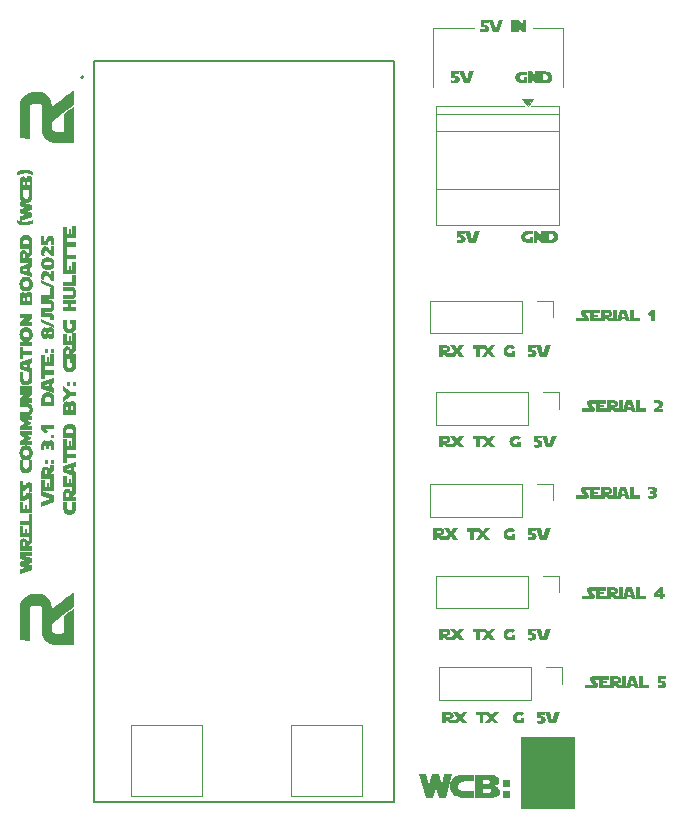
<source format=gbr>
%TF.GenerationSoftware,KiCad,Pcbnew,9.0.2*%
%TF.CreationDate,2025-07-08T22:51:12-04:00*%
%TF.ProjectId,Wireless3.0,57697265-6c65-4737-9333-2e302e6b6963,rev?*%
%TF.SameCoordinates,Original*%
%TF.FileFunction,Legend,Top*%
%TF.FilePolarity,Positive*%
%FSLAX46Y46*%
G04 Gerber Fmt 4.6, Leading zero omitted, Abs format (unit mm)*
G04 Created by KiCad (PCBNEW 9.0.2) date 2025-07-08 22:51:12*
%MOMM*%
%LPD*%
G01*
G04 APERTURE LIST*
%ADD10C,0.100000*%
%ADD11C,0.120000*%
%ADD12C,0.000000*%
%ADD13C,0.127000*%
%ADD14C,0.200000*%
G04 APERTURE END LIST*
D10*
X184000000Y-60500000D02*
X181500000Y-60500000D01*
X161000000Y-119500000D02*
X167000000Y-119500000D01*
X167000000Y-125500000D01*
X161000000Y-125500000D01*
X161000000Y-119500000D01*
X173000000Y-60500000D02*
X173000000Y-65500000D01*
X184000000Y-65500000D02*
X184000000Y-60500000D01*
X180500000Y-120500000D02*
X185000000Y-120500000D01*
X185000000Y-126500000D01*
X180500000Y-126500000D01*
X180500000Y-120500000D01*
G36*
X180500000Y-120500000D02*
G01*
X185000000Y-120500000D01*
X185000000Y-126500000D01*
X180500000Y-126500000D01*
X180500000Y-120500000D01*
G37*
X176500000Y-60500000D02*
X173000000Y-60500000D01*
X147500000Y-119500000D02*
X153500000Y-119500000D01*
X153500000Y-125500000D01*
X147500000Y-125500000D01*
X147500000Y-119500000D01*
G36*
X174261347Y-111353967D02*
G01*
X174325792Y-111375302D01*
X174379091Y-111404441D01*
X174425553Y-111443108D01*
X174462721Y-111489415D01*
X174491198Y-111544331D01*
X174504304Y-111633252D01*
X174504034Y-111699182D01*
X174493946Y-111747419D01*
X174473502Y-111792267D01*
X174445002Y-111831848D01*
X174407789Y-111866793D01*
X174364595Y-111894547D01*
X174306896Y-111919941D01*
X174231446Y-111942264D01*
X174305268Y-112036908D01*
X174833016Y-112036908D01*
X174833016Y-112330000D01*
X174210929Y-112330000D01*
X173897871Y-112003935D01*
X173897871Y-112330000D01*
X173541032Y-112330000D01*
X173541032Y-111769340D01*
X173897871Y-111769340D01*
X174146693Y-111769340D01*
X174166429Y-111765983D01*
X174189741Y-111754685D01*
X174201355Y-111742446D01*
X174210084Y-111719573D01*
X174214349Y-111680497D01*
X174208873Y-111643474D01*
X174199248Y-111619857D01*
X174186627Y-111605636D01*
X174162693Y-111591317D01*
X174146022Y-111587501D01*
X173897871Y-111587501D01*
X173897871Y-111769340D01*
X173541032Y-111769340D01*
X173541032Y-111341304D01*
X174183574Y-111341304D01*
X174261347Y-111353967D01*
G37*
G36*
X175654160Y-111341304D02*
G01*
X175291826Y-111835652D01*
X175654160Y-112330000D01*
X175264532Y-112330000D01*
X175060772Y-112024635D01*
X174859822Y-112330000D01*
X174470193Y-112330000D01*
X174832466Y-111835652D01*
X174470193Y-111341304D01*
X174859822Y-111341304D01*
X175060772Y-111646669D01*
X175264532Y-111341304D01*
X175654160Y-111341304D01*
G37*
G36*
X186887334Y-108138304D02*
G01*
X186576962Y-108138304D01*
X186516409Y-108140747D01*
X186487159Y-108149429D01*
X186475592Y-108160864D01*
X186474810Y-108175757D01*
X186487530Y-108198573D01*
X186525000Y-108235146D01*
X186600100Y-108307395D01*
X186656462Y-108374908D01*
X186696862Y-108438309D01*
X186723596Y-108498333D01*
X186738399Y-108555823D01*
X186742376Y-108611707D01*
X186735090Y-108669004D01*
X186717072Y-108715994D01*
X186688740Y-108754864D01*
X186649047Y-108786884D01*
X186595620Y-108812236D01*
X186525000Y-108830000D01*
X185663677Y-108830000D01*
X185663677Y-108536908D01*
X186207789Y-108536908D01*
X186273907Y-108534019D01*
X186305219Y-108524442D01*
X186317160Y-108511981D01*
X186317216Y-108495624D01*
X186301643Y-108470203D01*
X186257004Y-108429136D01*
X186175794Y-108346689D01*
X186118190Y-108272146D01*
X186080091Y-108204340D01*
X186058196Y-108141987D01*
X186050141Y-108083697D01*
X186054649Y-108028028D01*
X186071712Y-107969844D01*
X186096401Y-107925055D01*
X186128295Y-107891097D01*
X186168080Y-107866455D01*
X186217452Y-107850836D01*
X186278925Y-107845212D01*
X186887334Y-107845212D01*
X186887334Y-108138304D01*
G37*
G36*
X186816748Y-108830000D02*
G01*
X186816748Y-107845212D01*
X187663049Y-107845212D01*
X187663049Y-108138304D01*
X187138049Y-108138304D01*
X187138049Y-108251632D01*
X187477058Y-108251632D01*
X187477058Y-108423579D01*
X187138049Y-108423579D01*
X187138049Y-108536908D01*
X187746397Y-108536908D01*
X187746397Y-108830000D01*
X186816748Y-108830000D01*
G37*
G36*
X188466162Y-107853967D02*
G01*
X188530607Y-107875302D01*
X188583906Y-107904441D01*
X188630368Y-107943108D01*
X188667536Y-107989415D01*
X188696013Y-108044331D01*
X188709119Y-108133252D01*
X188708849Y-108199182D01*
X188698761Y-108247419D01*
X188678317Y-108292267D01*
X188649817Y-108331848D01*
X188612604Y-108366793D01*
X188569410Y-108394547D01*
X188511711Y-108419941D01*
X188436261Y-108442264D01*
X188510083Y-108536908D01*
X188805373Y-108536908D01*
X188805373Y-108830000D01*
X188415744Y-108830000D01*
X188102686Y-108503935D01*
X188102686Y-108830000D01*
X187745847Y-108830000D01*
X187745847Y-108269340D01*
X188102686Y-108269340D01*
X188351509Y-108269340D01*
X188371245Y-108265983D01*
X188394556Y-108254685D01*
X188406170Y-108242446D01*
X188414900Y-108219573D01*
X188419164Y-108180497D01*
X188413688Y-108143474D01*
X188404063Y-108119857D01*
X188391442Y-108105636D01*
X188367508Y-108091317D01*
X188350837Y-108087501D01*
X188102686Y-108087501D01*
X188102686Y-108269340D01*
X187745847Y-108269340D01*
X187745847Y-107841304D01*
X188388389Y-107841304D01*
X188466162Y-107853967D01*
G37*
G36*
X188791207Y-107841304D02*
G01*
X189112508Y-107841304D01*
X189112508Y-108830000D01*
X188791207Y-108830000D01*
X188791207Y-107841304D01*
G37*
G36*
X190229370Y-108830000D02*
G01*
X189856106Y-108830000D01*
X189793885Y-108650237D01*
X189500610Y-108650237D01*
X189438450Y-108830000D01*
X189084298Y-108830000D01*
X189208796Y-108450935D01*
X189513616Y-108450935D01*
X189785703Y-108450935D01*
X189655094Y-108059902D01*
X189513616Y-108450935D01*
X189208796Y-108450935D01*
X189409019Y-107841304D01*
X189899153Y-107841304D01*
X190229370Y-108830000D01*
G37*
G36*
X190215631Y-108830000D02*
G01*
X190215631Y-107841304D01*
X190536933Y-107841304D01*
X190536933Y-108536908D01*
X191071458Y-108536908D01*
X191071458Y-108830000D01*
X190215631Y-108830000D01*
G37*
G36*
X192511758Y-108431395D02*
G01*
X192683339Y-108431395D01*
X192683339Y-108642421D01*
X192511086Y-108642421D01*
X192511086Y-108830000D01*
X192273866Y-108830000D01*
X192273866Y-108642421D01*
X191742698Y-108642421D01*
X191742698Y-108431395D01*
X192011366Y-108431395D01*
X192273866Y-108431395D01*
X192273866Y-108121329D01*
X192011366Y-108431395D01*
X191742698Y-108431395D01*
X191742698Y-108431151D01*
X192273866Y-107841304D01*
X192511086Y-107841304D01*
X192511758Y-108431395D01*
G37*
G36*
X181205495Y-78364164D02*
G01*
X181205495Y-78164984D01*
X181514462Y-78164984D01*
X181514462Y-78657500D01*
X181076962Y-78657500D01*
X180971065Y-78650894D01*
X180874668Y-78631725D01*
X180786435Y-78600591D01*
X180724212Y-78568105D01*
X180669807Y-78528971D01*
X180622464Y-78483010D01*
X180581699Y-78429743D01*
X180549816Y-78371528D01*
X180526470Y-78306394D01*
X180511913Y-78233240D01*
X180506838Y-78150757D01*
X180512052Y-78074542D01*
X180527132Y-78005950D01*
X180551596Y-77943822D01*
X180585487Y-77886274D01*
X180626710Y-77836032D01*
X180675671Y-77792452D01*
X180730566Y-77755953D01*
X180791091Y-77725926D01*
X180857876Y-77702388D01*
X180927049Y-77686068D01*
X180999933Y-77676103D01*
X181076962Y-77672712D01*
X181347644Y-77672712D01*
X181514462Y-77672712D01*
X181514462Y-77965804D01*
X181205495Y-77965804D01*
X181108375Y-77967630D01*
X181051622Y-77971971D01*
X181003371Y-77980392D01*
X180962779Y-77992426D01*
X180926527Y-78011659D01*
X180893719Y-78042191D01*
X180878184Y-78067896D01*
X180866019Y-78107968D01*
X180858914Y-78167732D01*
X180865252Y-78225426D01*
X180877390Y-78265557D01*
X180893719Y-78292601D01*
X180928802Y-78323928D01*
X180970289Y-78342365D01*
X181015942Y-78352732D01*
X181063285Y-78359401D01*
X181205495Y-78364164D01*
G37*
G36*
X181555129Y-78657500D02*
G01*
X181555129Y-77668804D01*
X181876430Y-77668804D01*
X182170376Y-78038527D01*
X182170376Y-77668804D01*
X182491617Y-77668804D01*
X182491617Y-78657500D01*
X182170376Y-78657500D01*
X181876430Y-78287777D01*
X181876430Y-78657500D01*
X181555129Y-78657500D01*
G37*
G36*
X183192940Y-77672572D02*
G01*
X183262045Y-77683305D01*
X183322958Y-77700312D01*
X183381449Y-77724446D01*
X183431981Y-77752807D01*
X183475427Y-77785247D01*
X183513420Y-77823632D01*
X183547969Y-77871334D01*
X183578986Y-77929717D01*
X183600786Y-77991848D01*
X183615140Y-78069706D01*
X183620385Y-78166571D01*
X183611435Y-78256078D01*
X183596097Y-78331941D01*
X183575261Y-78395976D01*
X183546335Y-78456507D01*
X183513010Y-78505741D01*
X183475427Y-78545209D01*
X183431856Y-78578346D01*
X183381441Y-78606695D01*
X183323325Y-78630144D01*
X183262634Y-78645764D01*
X183188365Y-78655317D01*
X183098072Y-78657500D01*
X182532100Y-78657500D01*
X182532100Y-78411303D01*
X182861584Y-78411303D01*
X183049590Y-78411303D01*
X183091217Y-78407971D01*
X183124874Y-78398738D01*
X183152110Y-78384314D01*
X183187371Y-78353672D01*
X183215675Y-78315254D01*
X183228323Y-78285603D01*
X183239322Y-78237442D01*
X183247121Y-78163824D01*
X183242349Y-78097083D01*
X183232582Y-78049470D01*
X183219399Y-78016545D01*
X183189686Y-77973633D01*
X183153454Y-77941990D01*
X183125354Y-77927564D01*
X183090775Y-77918330D01*
X183048185Y-77915001D01*
X182861584Y-77915001D01*
X182861584Y-78411303D01*
X182532100Y-78411303D01*
X182532100Y-77668804D01*
X183114497Y-77668804D01*
X183192940Y-77672572D01*
G37*
G36*
X174261347Y-87353967D02*
G01*
X174325792Y-87375302D01*
X174379091Y-87404441D01*
X174425553Y-87443108D01*
X174462721Y-87489415D01*
X174491198Y-87544331D01*
X174504304Y-87633252D01*
X174504034Y-87699182D01*
X174493946Y-87747419D01*
X174473502Y-87792267D01*
X174445002Y-87831848D01*
X174407789Y-87866793D01*
X174364595Y-87894547D01*
X174306896Y-87919941D01*
X174231446Y-87942264D01*
X174305268Y-88036908D01*
X174833016Y-88036908D01*
X174833016Y-88330000D01*
X174210929Y-88330000D01*
X173897871Y-88003935D01*
X173897871Y-88330000D01*
X173541032Y-88330000D01*
X173541032Y-87769340D01*
X173897871Y-87769340D01*
X174146693Y-87769340D01*
X174166429Y-87765983D01*
X174189741Y-87754685D01*
X174201355Y-87742446D01*
X174210084Y-87719573D01*
X174214349Y-87680497D01*
X174208873Y-87643474D01*
X174199248Y-87619857D01*
X174186627Y-87605636D01*
X174162693Y-87591317D01*
X174146022Y-87587501D01*
X173897871Y-87587501D01*
X173897871Y-87769340D01*
X173541032Y-87769340D01*
X173541032Y-87341304D01*
X174183574Y-87341304D01*
X174261347Y-87353967D01*
G37*
G36*
X175654160Y-87341304D02*
G01*
X175291826Y-87835652D01*
X175654160Y-88330000D01*
X175264532Y-88330000D01*
X175060772Y-88024635D01*
X174859822Y-88330000D01*
X174470193Y-88330000D01*
X174832466Y-87835652D01*
X174470193Y-87341304D01*
X174859822Y-87341304D01*
X175060772Y-87646669D01*
X175264532Y-87341304D01*
X175654160Y-87341304D01*
G37*
G36*
X181754710Y-102841304D02*
G01*
X181754710Y-103071870D01*
X181386209Y-103071870D01*
X181386209Y-103224155D01*
X181495629Y-103220064D01*
X181549375Y-103224232D01*
X181599721Y-103236524D01*
X181647365Y-103256945D01*
X181690653Y-103285097D01*
X181727372Y-103320179D01*
X181758068Y-103362824D01*
X181780557Y-103410295D01*
X181794339Y-103462965D01*
X181799101Y-103521948D01*
X181794709Y-103581801D01*
X181782277Y-103632857D01*
X181762512Y-103676593D01*
X181735537Y-103714167D01*
X181689661Y-103757093D01*
X181635612Y-103790955D01*
X181572138Y-103815956D01*
X181505000Y-103832145D01*
X181432069Y-103842174D01*
X181352686Y-103845631D01*
X181256271Y-103840807D01*
X181152041Y-103826519D01*
X181051962Y-103803255D01*
X181051962Y-103577819D01*
X181172138Y-103600761D01*
X181257676Y-103607250D01*
X181330005Y-103601147D01*
X181378036Y-103585565D01*
X181408687Y-103563088D01*
X181426487Y-103533907D01*
X181432737Y-103495753D01*
X181426024Y-103453801D01*
X181407290Y-103423190D01*
X181375645Y-103401048D01*
X181336727Y-103386871D01*
X181291616Y-103377901D01*
X181239235Y-103374731D01*
X181157754Y-103380090D01*
X181064235Y-103397323D01*
X181064235Y-102841304D01*
X181754710Y-102841304D01*
G37*
G36*
X182150444Y-102841304D02*
G01*
X182374659Y-103600655D01*
X182601622Y-102841304D01*
X182997418Y-102841304D01*
X182645341Y-103830000D01*
X182121074Y-103830000D01*
X181773761Y-102841304D01*
X182150444Y-102841304D01*
G37*
G36*
X176839462Y-102845212D02*
G01*
X176839462Y-103138304D01*
X176526343Y-103138304D01*
X176526343Y-103830000D01*
X176205102Y-103830000D01*
X176205102Y-103138304D01*
X175891983Y-103138304D01*
X175891983Y-102845212D01*
X176839462Y-102845212D01*
G37*
G36*
X177825898Y-102841304D02*
G01*
X177463564Y-103335652D01*
X177825898Y-103830000D01*
X177436270Y-103830000D01*
X177232510Y-103524635D01*
X177031559Y-103830000D01*
X176641931Y-103830000D01*
X177004204Y-103335652D01*
X176641931Y-102841304D01*
X177031559Y-102841304D01*
X177232510Y-103146669D01*
X177436270Y-102841304D01*
X177825898Y-102841304D01*
G37*
G36*
X177754710Y-59841304D02*
G01*
X177754710Y-60071870D01*
X177386209Y-60071870D01*
X177386209Y-60224155D01*
X177495629Y-60220064D01*
X177549375Y-60224232D01*
X177599721Y-60236524D01*
X177647365Y-60256945D01*
X177690653Y-60285097D01*
X177727372Y-60320179D01*
X177758068Y-60362824D01*
X177780557Y-60410295D01*
X177794339Y-60462965D01*
X177799101Y-60521948D01*
X177794709Y-60581801D01*
X177782277Y-60632857D01*
X177762512Y-60676593D01*
X177735537Y-60714167D01*
X177689661Y-60757093D01*
X177635612Y-60790955D01*
X177572138Y-60815956D01*
X177505000Y-60832145D01*
X177432069Y-60842174D01*
X177352686Y-60845631D01*
X177256271Y-60840807D01*
X177152041Y-60826519D01*
X177051962Y-60803255D01*
X177051962Y-60577819D01*
X177172138Y-60600761D01*
X177257676Y-60607250D01*
X177330005Y-60601147D01*
X177378036Y-60585565D01*
X177408687Y-60563088D01*
X177426487Y-60533907D01*
X177432737Y-60495753D01*
X177426024Y-60453801D01*
X177407290Y-60423190D01*
X177375645Y-60401048D01*
X177336727Y-60386871D01*
X177291616Y-60377901D01*
X177239235Y-60374731D01*
X177157754Y-60380090D01*
X177064235Y-60397323D01*
X177064235Y-59841304D01*
X177754710Y-59841304D01*
G37*
G36*
X178150444Y-59841304D02*
G01*
X178374659Y-60600655D01*
X178601622Y-59841304D01*
X178997418Y-59841304D01*
X178645341Y-60830000D01*
X178121074Y-60830000D01*
X177773761Y-59841304D01*
X178150444Y-59841304D01*
G37*
G36*
X179618283Y-59841304D02*
G01*
X179939584Y-59841304D01*
X179939584Y-60830000D01*
X179618283Y-60830000D01*
X179618283Y-59841304D01*
G37*
G36*
X180007117Y-60830000D02*
G01*
X180007117Y-59841304D01*
X180328419Y-59841304D01*
X180622365Y-60211027D01*
X180622365Y-59841304D01*
X180943606Y-59841304D01*
X180943606Y-60830000D01*
X180622365Y-60830000D01*
X180328419Y-60460277D01*
X180328419Y-60830000D01*
X180007117Y-60830000D01*
G37*
G36*
X175254710Y-64168804D02*
G01*
X175254710Y-64399370D01*
X174886209Y-64399370D01*
X174886209Y-64551655D01*
X174995629Y-64547564D01*
X175049375Y-64551732D01*
X175099721Y-64564024D01*
X175147365Y-64584445D01*
X175190653Y-64612597D01*
X175227372Y-64647679D01*
X175258068Y-64690324D01*
X175280557Y-64737795D01*
X175294339Y-64790465D01*
X175299101Y-64849448D01*
X175294709Y-64909301D01*
X175282277Y-64960357D01*
X175262512Y-65004093D01*
X175235537Y-65041667D01*
X175189661Y-65084593D01*
X175135612Y-65118455D01*
X175072138Y-65143456D01*
X175005000Y-65159645D01*
X174932069Y-65169674D01*
X174852686Y-65173131D01*
X174756271Y-65168307D01*
X174652041Y-65154019D01*
X174551962Y-65130755D01*
X174551962Y-64905319D01*
X174672138Y-64928261D01*
X174757676Y-64934750D01*
X174830005Y-64928647D01*
X174878036Y-64913065D01*
X174908687Y-64890588D01*
X174926487Y-64861407D01*
X174932737Y-64823253D01*
X174926024Y-64781301D01*
X174907290Y-64750690D01*
X174875645Y-64728548D01*
X174836727Y-64714371D01*
X174791616Y-64705401D01*
X174739235Y-64702231D01*
X174657754Y-64707590D01*
X174564235Y-64724823D01*
X174564235Y-64168804D01*
X175254710Y-64168804D01*
G37*
G36*
X175650444Y-64168804D02*
G01*
X175874659Y-64928155D01*
X176101622Y-64168804D01*
X176497418Y-64168804D01*
X176145341Y-65157500D01*
X175621074Y-65157500D01*
X175273761Y-64168804D01*
X175650444Y-64168804D01*
G37*
G36*
X187157334Y-115678304D02*
G01*
X186846962Y-115678304D01*
X186786409Y-115680747D01*
X186757159Y-115689429D01*
X186745592Y-115700864D01*
X186744810Y-115715757D01*
X186757530Y-115738573D01*
X186795000Y-115775146D01*
X186870100Y-115847395D01*
X186926462Y-115914908D01*
X186966862Y-115978309D01*
X186993596Y-116038333D01*
X187008399Y-116095823D01*
X187012376Y-116151707D01*
X187005090Y-116209004D01*
X186987072Y-116255994D01*
X186958740Y-116294864D01*
X186919047Y-116326884D01*
X186865620Y-116352236D01*
X186795000Y-116370000D01*
X185933677Y-116370000D01*
X185933677Y-116076908D01*
X186477789Y-116076908D01*
X186543907Y-116074019D01*
X186575219Y-116064442D01*
X186587160Y-116051981D01*
X186587216Y-116035624D01*
X186571643Y-116010203D01*
X186527004Y-115969136D01*
X186445794Y-115886689D01*
X186388190Y-115812146D01*
X186350091Y-115744340D01*
X186328196Y-115681987D01*
X186320141Y-115623697D01*
X186324649Y-115568028D01*
X186341712Y-115509844D01*
X186366401Y-115465055D01*
X186398295Y-115431097D01*
X186438080Y-115406455D01*
X186487452Y-115390836D01*
X186548925Y-115385212D01*
X187157334Y-115385212D01*
X187157334Y-115678304D01*
G37*
G36*
X187086748Y-116370000D02*
G01*
X187086748Y-115385212D01*
X187933049Y-115385212D01*
X187933049Y-115678304D01*
X187408049Y-115678304D01*
X187408049Y-115791632D01*
X187747058Y-115791632D01*
X187747058Y-115963579D01*
X187408049Y-115963579D01*
X187408049Y-116076908D01*
X188016397Y-116076908D01*
X188016397Y-116370000D01*
X187086748Y-116370000D01*
G37*
G36*
X188736162Y-115393967D02*
G01*
X188800607Y-115415302D01*
X188853906Y-115444441D01*
X188900368Y-115483108D01*
X188937536Y-115529415D01*
X188966013Y-115584331D01*
X188979119Y-115673252D01*
X188978849Y-115739182D01*
X188968761Y-115787419D01*
X188948317Y-115832267D01*
X188919817Y-115871848D01*
X188882604Y-115906793D01*
X188839410Y-115934547D01*
X188781711Y-115959941D01*
X188706261Y-115982264D01*
X188780083Y-116076908D01*
X189075373Y-116076908D01*
X189075373Y-116370000D01*
X188685744Y-116370000D01*
X188372686Y-116043935D01*
X188372686Y-116370000D01*
X188015847Y-116370000D01*
X188015847Y-115809340D01*
X188372686Y-115809340D01*
X188621509Y-115809340D01*
X188641245Y-115805983D01*
X188664556Y-115794685D01*
X188676170Y-115782446D01*
X188684900Y-115759573D01*
X188689164Y-115720497D01*
X188683688Y-115683474D01*
X188674063Y-115659857D01*
X188661442Y-115645636D01*
X188637508Y-115631317D01*
X188620837Y-115627501D01*
X188372686Y-115627501D01*
X188372686Y-115809340D01*
X188015847Y-115809340D01*
X188015847Y-115381304D01*
X188658389Y-115381304D01*
X188736162Y-115393967D01*
G37*
G36*
X189061207Y-115381304D02*
G01*
X189382508Y-115381304D01*
X189382508Y-116370000D01*
X189061207Y-116370000D01*
X189061207Y-115381304D01*
G37*
G36*
X190499370Y-116370000D02*
G01*
X190126106Y-116370000D01*
X190063885Y-116190237D01*
X189770610Y-116190237D01*
X189708450Y-116370000D01*
X189354298Y-116370000D01*
X189478796Y-115990935D01*
X189783616Y-115990935D01*
X190055703Y-115990935D01*
X189925094Y-115599902D01*
X189783616Y-115990935D01*
X189478796Y-115990935D01*
X189679019Y-115381304D01*
X190169153Y-115381304D01*
X190499370Y-116370000D01*
G37*
G36*
X190485631Y-116370000D02*
G01*
X190485631Y-115381304D01*
X190806933Y-115381304D01*
X190806933Y-116076908D01*
X191341458Y-116076908D01*
X191341458Y-116370000D01*
X190485631Y-116370000D01*
G37*
G36*
X192744877Y-115381304D02*
G01*
X192744877Y-115611870D01*
X192376376Y-115611870D01*
X192376376Y-115764155D01*
X192485797Y-115760064D01*
X192539543Y-115764232D01*
X192589888Y-115776524D01*
X192637533Y-115796945D01*
X192680821Y-115825097D01*
X192717539Y-115860179D01*
X192748236Y-115902824D01*
X192770725Y-115950295D01*
X192784506Y-116002965D01*
X192789269Y-116061948D01*
X192784876Y-116121801D01*
X192772445Y-116172857D01*
X192752679Y-116216593D01*
X192725704Y-116254167D01*
X192679829Y-116297093D01*
X192625779Y-116330955D01*
X192562306Y-116355956D01*
X192495167Y-116372145D01*
X192422236Y-116382174D01*
X192342854Y-116385631D01*
X192246439Y-116380807D01*
X192142208Y-116366519D01*
X192042130Y-116343255D01*
X192042130Y-116117819D01*
X192162305Y-116140761D01*
X192247843Y-116147250D01*
X192320173Y-116141147D01*
X192368204Y-116125565D01*
X192398854Y-116103088D01*
X192416654Y-116073907D01*
X192422904Y-116035753D01*
X192416192Y-115993801D01*
X192397458Y-115963190D01*
X192365812Y-115941048D01*
X192326894Y-115926871D01*
X192281783Y-115917901D01*
X192229403Y-115914731D01*
X192147921Y-115920090D01*
X192054403Y-115937323D01*
X192054403Y-115381304D01*
X192744877Y-115381304D01*
G37*
G36*
X181754710Y-111341304D02*
G01*
X181754710Y-111571870D01*
X181386209Y-111571870D01*
X181386209Y-111724155D01*
X181495629Y-111720064D01*
X181549375Y-111724232D01*
X181599721Y-111736524D01*
X181647365Y-111756945D01*
X181690653Y-111785097D01*
X181727372Y-111820179D01*
X181758068Y-111862824D01*
X181780557Y-111910295D01*
X181794339Y-111962965D01*
X181799101Y-112021948D01*
X181794709Y-112081801D01*
X181782277Y-112132857D01*
X181762512Y-112176593D01*
X181735537Y-112214167D01*
X181689661Y-112257093D01*
X181635612Y-112290955D01*
X181572138Y-112315956D01*
X181505000Y-112332145D01*
X181432069Y-112342174D01*
X181352686Y-112345631D01*
X181256271Y-112340807D01*
X181152041Y-112326519D01*
X181051962Y-112303255D01*
X181051962Y-112077819D01*
X181172138Y-112100761D01*
X181257676Y-112107250D01*
X181330005Y-112101147D01*
X181378036Y-112085565D01*
X181408687Y-112063088D01*
X181426487Y-112033907D01*
X181432737Y-111995753D01*
X181426024Y-111953801D01*
X181407290Y-111923190D01*
X181375645Y-111901048D01*
X181336727Y-111886871D01*
X181291616Y-111877901D01*
X181239235Y-111874731D01*
X181157754Y-111880090D01*
X181064235Y-111897323D01*
X181064235Y-111341304D01*
X181754710Y-111341304D01*
G37*
G36*
X182150444Y-111341304D02*
G01*
X182374659Y-112100655D01*
X182601622Y-111341304D01*
X182997418Y-111341304D01*
X182645341Y-112330000D01*
X182121074Y-112330000D01*
X181773761Y-111341304D01*
X182150444Y-111341304D01*
G37*
G36*
X174261347Y-95018967D02*
G01*
X174325792Y-95040302D01*
X174379091Y-95069441D01*
X174425553Y-95108108D01*
X174462721Y-95154415D01*
X174491198Y-95209331D01*
X174504304Y-95298252D01*
X174504034Y-95364182D01*
X174493946Y-95412419D01*
X174473502Y-95457267D01*
X174445002Y-95496848D01*
X174407789Y-95531793D01*
X174364595Y-95559547D01*
X174306896Y-95584941D01*
X174231446Y-95607264D01*
X174305268Y-95701908D01*
X174833016Y-95701908D01*
X174833016Y-95995000D01*
X174210929Y-95995000D01*
X173897871Y-95668935D01*
X173897871Y-95995000D01*
X173541032Y-95995000D01*
X173541032Y-95434340D01*
X173897871Y-95434340D01*
X174146693Y-95434340D01*
X174166429Y-95430983D01*
X174189741Y-95419685D01*
X174201355Y-95407446D01*
X174210084Y-95384573D01*
X174214349Y-95345497D01*
X174208873Y-95308474D01*
X174199248Y-95284857D01*
X174186627Y-95270636D01*
X174162693Y-95256317D01*
X174146022Y-95252501D01*
X173897871Y-95252501D01*
X173897871Y-95434340D01*
X173541032Y-95434340D01*
X173541032Y-95006304D01*
X174183574Y-95006304D01*
X174261347Y-95018967D01*
G37*
G36*
X175654160Y-95006304D02*
G01*
X175291826Y-95500652D01*
X175654160Y-95995000D01*
X175264532Y-95995000D01*
X175060772Y-95689635D01*
X174859822Y-95995000D01*
X174470193Y-95995000D01*
X174832466Y-95500652D01*
X174470193Y-95006304D01*
X174859822Y-95006304D01*
X175060772Y-95311669D01*
X175264532Y-95006304D01*
X175654160Y-95006304D01*
G37*
G36*
X186387334Y-99638304D02*
G01*
X186076962Y-99638304D01*
X186016409Y-99640747D01*
X185987159Y-99649429D01*
X185975592Y-99660864D01*
X185974810Y-99675757D01*
X185987530Y-99698573D01*
X186025000Y-99735146D01*
X186100100Y-99807395D01*
X186156462Y-99874908D01*
X186196862Y-99938309D01*
X186223596Y-99998333D01*
X186238399Y-100055823D01*
X186242376Y-100111707D01*
X186235090Y-100169004D01*
X186217072Y-100215994D01*
X186188740Y-100254864D01*
X186149047Y-100286884D01*
X186095620Y-100312236D01*
X186025000Y-100330000D01*
X185163677Y-100330000D01*
X185163677Y-100036908D01*
X185707789Y-100036908D01*
X185773907Y-100034019D01*
X185805219Y-100024442D01*
X185817160Y-100011981D01*
X185817216Y-99995624D01*
X185801643Y-99970203D01*
X185757004Y-99929136D01*
X185675794Y-99846689D01*
X185618190Y-99772146D01*
X185580091Y-99704340D01*
X185558196Y-99641987D01*
X185550141Y-99583697D01*
X185554649Y-99528028D01*
X185571712Y-99469844D01*
X185596401Y-99425055D01*
X185628295Y-99391097D01*
X185668080Y-99366455D01*
X185717452Y-99350836D01*
X185778925Y-99345212D01*
X186387334Y-99345212D01*
X186387334Y-99638304D01*
G37*
G36*
X186316748Y-100330000D02*
G01*
X186316748Y-99345212D01*
X187163049Y-99345212D01*
X187163049Y-99638304D01*
X186638049Y-99638304D01*
X186638049Y-99751632D01*
X186977058Y-99751632D01*
X186977058Y-99923579D01*
X186638049Y-99923579D01*
X186638049Y-100036908D01*
X187246397Y-100036908D01*
X187246397Y-100330000D01*
X186316748Y-100330000D01*
G37*
G36*
X187966162Y-99353967D02*
G01*
X188030607Y-99375302D01*
X188083906Y-99404441D01*
X188130368Y-99443108D01*
X188167536Y-99489415D01*
X188196013Y-99544331D01*
X188209119Y-99633252D01*
X188208849Y-99699182D01*
X188198761Y-99747419D01*
X188178317Y-99792267D01*
X188149817Y-99831848D01*
X188112604Y-99866793D01*
X188069410Y-99894547D01*
X188011711Y-99919941D01*
X187936261Y-99942264D01*
X188010083Y-100036908D01*
X188305373Y-100036908D01*
X188305373Y-100330000D01*
X187915744Y-100330000D01*
X187602686Y-100003935D01*
X187602686Y-100330000D01*
X187245847Y-100330000D01*
X187245847Y-99769340D01*
X187602686Y-99769340D01*
X187851509Y-99769340D01*
X187871245Y-99765983D01*
X187894556Y-99754685D01*
X187906170Y-99742446D01*
X187914900Y-99719573D01*
X187919164Y-99680497D01*
X187913688Y-99643474D01*
X187904063Y-99619857D01*
X187891442Y-99605636D01*
X187867508Y-99591317D01*
X187850837Y-99587501D01*
X187602686Y-99587501D01*
X187602686Y-99769340D01*
X187245847Y-99769340D01*
X187245847Y-99341304D01*
X187888389Y-99341304D01*
X187966162Y-99353967D01*
G37*
G36*
X188291207Y-99341304D02*
G01*
X188612508Y-99341304D01*
X188612508Y-100330000D01*
X188291207Y-100330000D01*
X188291207Y-99341304D01*
G37*
G36*
X189729370Y-100330000D02*
G01*
X189356106Y-100330000D01*
X189293885Y-100150237D01*
X189000610Y-100150237D01*
X188938450Y-100330000D01*
X188584298Y-100330000D01*
X188708796Y-99950935D01*
X189013616Y-99950935D01*
X189285703Y-99950935D01*
X189155094Y-99559902D01*
X189013616Y-99950935D01*
X188708796Y-99950935D01*
X188909019Y-99341304D01*
X189399153Y-99341304D01*
X189729370Y-100330000D01*
G37*
G36*
X189715631Y-100330000D02*
G01*
X189715631Y-99341304D01*
X190036933Y-99341304D01*
X190036933Y-100036908D01*
X190571458Y-100036908D01*
X190571458Y-100330000D01*
X189715631Y-100330000D01*
G37*
G36*
X191372636Y-99941653D02*
G01*
X191372636Y-99724277D01*
X191451221Y-99728185D01*
X191537377Y-99724094D01*
X191574182Y-99716280D01*
X191607109Y-99701441D01*
X191624599Y-99686877D01*
X191634923Y-99668365D01*
X191638555Y-99644593D01*
X191633592Y-99610940D01*
X191619787Y-99585968D01*
X191596851Y-99567473D01*
X191552128Y-99550583D01*
X191495673Y-99544515D01*
X191435846Y-99547374D01*
X191372941Y-99556177D01*
X191259124Y-99583471D01*
X191259124Y-99363164D01*
X191326127Y-99345978D01*
X191402677Y-99334221D01*
X191483908Y-99327941D01*
X191581097Y-99325673D01*
X191657035Y-99329466D01*
X191730818Y-99340755D01*
X191801843Y-99360295D01*
X191866861Y-99388260D01*
X191906504Y-99412634D01*
X191939903Y-99441387D01*
X191967672Y-99474722D01*
X191988478Y-99512292D01*
X192001188Y-99554516D01*
X192005591Y-99602522D01*
X192000309Y-99655713D01*
X191985233Y-99700916D01*
X191960695Y-99739784D01*
X191925923Y-99773374D01*
X191879124Y-99802026D01*
X191817646Y-99825333D01*
X191817646Y-99828080D01*
X191883993Y-99851123D01*
X191934246Y-99880058D01*
X191971420Y-99914333D01*
X191997576Y-99954244D01*
X192013635Y-100000911D01*
X192019269Y-100056142D01*
X192015112Y-100105847D01*
X192003170Y-100149373D01*
X191983796Y-100187832D01*
X191956742Y-100222044D01*
X191912048Y-100260686D01*
X191859038Y-100292102D01*
X191796458Y-100316261D01*
X191696572Y-100338153D01*
X191588607Y-100345631D01*
X191503349Y-100342885D01*
X191409822Y-100334274D01*
X191318943Y-100320522D01*
X191249537Y-100304476D01*
X191249537Y-100074094D01*
X191300090Y-100088864D01*
X191365430Y-100102793D01*
X191432863Y-100112078D01*
X191495673Y-100115066D01*
X191565663Y-100109775D01*
X191611505Y-100096442D01*
X191634399Y-100080630D01*
X191648005Y-100058423D01*
X191652904Y-100027627D01*
X191647273Y-99993770D01*
X191631518Y-99969252D01*
X191604666Y-99951728D01*
X191554015Y-99936732D01*
X191492925Y-99931395D01*
X191372636Y-99941653D01*
G37*
G36*
X179684307Y-103536297D02*
G01*
X179684307Y-103336812D01*
X179984359Y-103336812D01*
X179984359Y-103830000D01*
X179559865Y-103830000D01*
X179457186Y-103823392D01*
X179363613Y-103804198D01*
X179277826Y-103772969D01*
X179217594Y-103740548D01*
X179164846Y-103701428D01*
X179118878Y-103655380D01*
X179079256Y-103601877D01*
X179048475Y-103543709D01*
X179025877Y-103478514D01*
X179011764Y-103405196D01*
X179006838Y-103322463D01*
X179011906Y-103246020D01*
X179026547Y-103177301D01*
X179050252Y-103115162D01*
X179083175Y-103057377D01*
X179123158Y-103007047D01*
X179170542Y-102963487D01*
X179249072Y-102908286D01*
X179326064Y-102866523D01*
X179380008Y-102847117D01*
X179455368Y-102831608D01*
X179557789Y-102821765D01*
X179664222Y-102830740D01*
X179743053Y-102843976D01*
X179799773Y-102860050D01*
X179853043Y-102884175D01*
X179908900Y-102919966D01*
X179967934Y-102969288D01*
X179773822Y-103185137D01*
X179724932Y-103148380D01*
X179686322Y-103126458D01*
X179641627Y-103112896D01*
X179560537Y-103103194D01*
X179482243Y-103119347D01*
X179436095Y-103140075D01*
X179399152Y-103169504D01*
X179366364Y-103207058D01*
X179350125Y-103235995D01*
X179337017Y-103276757D01*
X179328140Y-103332721D01*
X179337247Y-103388721D01*
X179350427Y-103426799D01*
X179366364Y-103451606D01*
X179399776Y-103482338D01*
X179441591Y-103507599D01*
X179488182Y-103525299D01*
X179538677Y-103534954D01*
X179595826Y-103537946D01*
X179684307Y-103536297D01*
G37*
G36*
X186887334Y-92303304D02*
G01*
X186576962Y-92303304D01*
X186516409Y-92305747D01*
X186487159Y-92314429D01*
X186475592Y-92325864D01*
X186474810Y-92340757D01*
X186487530Y-92363573D01*
X186525000Y-92400146D01*
X186600100Y-92472395D01*
X186656462Y-92539908D01*
X186696862Y-92603309D01*
X186723596Y-92663333D01*
X186738399Y-92720823D01*
X186742376Y-92776707D01*
X186735090Y-92834004D01*
X186717072Y-92880994D01*
X186688740Y-92919864D01*
X186649047Y-92951884D01*
X186595620Y-92977236D01*
X186525000Y-92995000D01*
X185663677Y-92995000D01*
X185663677Y-92701908D01*
X186207789Y-92701908D01*
X186273907Y-92699019D01*
X186305219Y-92689442D01*
X186317160Y-92676981D01*
X186317216Y-92660624D01*
X186301643Y-92635203D01*
X186257004Y-92594136D01*
X186175794Y-92511689D01*
X186118190Y-92437146D01*
X186080091Y-92369340D01*
X186058196Y-92306987D01*
X186050141Y-92248697D01*
X186054649Y-92193028D01*
X186071712Y-92134844D01*
X186096401Y-92090055D01*
X186128295Y-92056097D01*
X186168080Y-92031455D01*
X186217452Y-92015836D01*
X186278925Y-92010212D01*
X186887334Y-92010212D01*
X186887334Y-92303304D01*
G37*
G36*
X186816748Y-92995000D02*
G01*
X186816748Y-92010212D01*
X187663049Y-92010212D01*
X187663049Y-92303304D01*
X187138049Y-92303304D01*
X187138049Y-92416632D01*
X187477058Y-92416632D01*
X187477058Y-92588579D01*
X187138049Y-92588579D01*
X187138049Y-92701908D01*
X187746397Y-92701908D01*
X187746397Y-92995000D01*
X186816748Y-92995000D01*
G37*
G36*
X188466162Y-92018967D02*
G01*
X188530607Y-92040302D01*
X188583906Y-92069441D01*
X188630368Y-92108108D01*
X188667536Y-92154415D01*
X188696013Y-92209331D01*
X188709119Y-92298252D01*
X188708849Y-92364182D01*
X188698761Y-92412419D01*
X188678317Y-92457267D01*
X188649817Y-92496848D01*
X188612604Y-92531793D01*
X188569410Y-92559547D01*
X188511711Y-92584941D01*
X188436261Y-92607264D01*
X188510083Y-92701908D01*
X188805373Y-92701908D01*
X188805373Y-92995000D01*
X188415744Y-92995000D01*
X188102686Y-92668935D01*
X188102686Y-92995000D01*
X187745847Y-92995000D01*
X187745847Y-92434340D01*
X188102686Y-92434340D01*
X188351509Y-92434340D01*
X188371245Y-92430983D01*
X188394556Y-92419685D01*
X188406170Y-92407446D01*
X188414900Y-92384573D01*
X188419164Y-92345497D01*
X188413688Y-92308474D01*
X188404063Y-92284857D01*
X188391442Y-92270636D01*
X188367508Y-92256317D01*
X188350837Y-92252501D01*
X188102686Y-92252501D01*
X188102686Y-92434340D01*
X187745847Y-92434340D01*
X187745847Y-92006304D01*
X188388389Y-92006304D01*
X188466162Y-92018967D01*
G37*
G36*
X188791207Y-92006304D02*
G01*
X189112508Y-92006304D01*
X189112508Y-92995000D01*
X188791207Y-92995000D01*
X188791207Y-92006304D01*
G37*
G36*
X190229370Y-92995000D02*
G01*
X189856106Y-92995000D01*
X189793885Y-92815237D01*
X189500610Y-92815237D01*
X189438450Y-92995000D01*
X189084298Y-92995000D01*
X189208796Y-92615935D01*
X189513616Y-92615935D01*
X189785703Y-92615935D01*
X189655094Y-92224902D01*
X189513616Y-92615935D01*
X189208796Y-92615935D01*
X189409019Y-92006304D01*
X189899153Y-92006304D01*
X190229370Y-92995000D01*
G37*
G36*
X190215631Y-92995000D02*
G01*
X190215631Y-92006304D01*
X190536933Y-92006304D01*
X190536933Y-92701908D01*
X191071458Y-92701908D01*
X191071458Y-92995000D01*
X190215631Y-92995000D01*
G37*
G36*
X192120725Y-92756618D02*
G01*
X192520673Y-92756618D01*
X192520673Y-92995000D01*
X191748194Y-92995000D01*
X191748194Y-92717173D01*
X191904016Y-92634522D01*
X192033958Y-92556400D01*
X192091607Y-92511857D01*
X192132021Y-92471587D01*
X192152024Y-92442115D01*
X192163890Y-92410016D01*
X192167925Y-92374378D01*
X192161671Y-92329848D01*
X192144194Y-92295972D01*
X192115291Y-92270087D01*
X192078831Y-92252109D01*
X192036205Y-92240846D01*
X191986086Y-92236870D01*
X191906263Y-92241729D01*
X191833923Y-92255795D01*
X191768039Y-92278574D01*
X191768039Y-92021448D01*
X191922522Y-91998916D01*
X191999321Y-91992739D01*
X192077006Y-91990673D01*
X192171605Y-91995769D01*
X192254811Y-92010300D01*
X192328115Y-92033394D01*
X192392812Y-92064556D01*
X192438235Y-92097607D01*
X192473218Y-92137826D01*
X192498773Y-92186130D01*
X192514917Y-92244166D01*
X192520673Y-92314173D01*
X192516600Y-92366587D01*
X192504619Y-92415361D01*
X192484769Y-92461207D01*
X192443713Y-92524291D01*
X192392140Y-92579848D01*
X192333952Y-92628228D01*
X192275209Y-92668386D01*
X192120725Y-92753871D01*
X192120725Y-92756618D01*
G37*
G36*
X179684307Y-88036297D02*
G01*
X179684307Y-87836812D01*
X179984359Y-87836812D01*
X179984359Y-88330000D01*
X179559865Y-88330000D01*
X179457186Y-88323392D01*
X179363613Y-88304198D01*
X179277826Y-88272969D01*
X179217594Y-88240548D01*
X179164846Y-88201428D01*
X179118878Y-88155380D01*
X179079256Y-88101877D01*
X179048475Y-88043709D01*
X179025877Y-87978514D01*
X179011764Y-87905196D01*
X179006838Y-87822463D01*
X179011906Y-87746020D01*
X179026547Y-87677301D01*
X179050252Y-87615162D01*
X179083175Y-87557377D01*
X179123158Y-87507047D01*
X179170542Y-87463487D01*
X179249072Y-87408286D01*
X179326064Y-87366523D01*
X179380008Y-87347117D01*
X179455368Y-87331608D01*
X179557789Y-87321765D01*
X179664222Y-87330740D01*
X179743053Y-87343976D01*
X179799773Y-87360050D01*
X179853043Y-87384175D01*
X179908900Y-87419966D01*
X179967934Y-87469288D01*
X179773822Y-87685137D01*
X179724932Y-87648380D01*
X179686322Y-87626458D01*
X179641627Y-87612896D01*
X179560537Y-87603194D01*
X179482243Y-87619347D01*
X179436095Y-87640075D01*
X179399152Y-87669504D01*
X179366364Y-87707058D01*
X179350125Y-87735995D01*
X179337017Y-87776757D01*
X179328140Y-87832721D01*
X179337247Y-87888721D01*
X179350427Y-87926799D01*
X179366364Y-87951606D01*
X179399776Y-87982338D01*
X179441591Y-88007599D01*
X179488182Y-88025299D01*
X179538677Y-88034954D01*
X179595826Y-88037946D01*
X179684307Y-88036297D01*
G37*
G36*
X180705495Y-64864164D02*
G01*
X180705495Y-64664984D01*
X181014462Y-64664984D01*
X181014462Y-65157500D01*
X180576962Y-65157500D01*
X180471065Y-65150894D01*
X180374668Y-65131725D01*
X180286435Y-65100591D01*
X180224212Y-65068105D01*
X180169807Y-65028971D01*
X180122464Y-64983010D01*
X180081699Y-64929743D01*
X180049816Y-64871528D01*
X180026470Y-64806394D01*
X180011913Y-64733240D01*
X180006838Y-64650757D01*
X180012052Y-64574542D01*
X180027132Y-64505950D01*
X180051596Y-64443822D01*
X180085487Y-64386274D01*
X180126710Y-64336032D01*
X180175671Y-64292452D01*
X180230566Y-64255953D01*
X180291091Y-64225926D01*
X180357876Y-64202388D01*
X180427049Y-64186068D01*
X180499933Y-64176103D01*
X180576962Y-64172712D01*
X180847644Y-64172712D01*
X181014462Y-64172712D01*
X181014462Y-64465804D01*
X180705495Y-64465804D01*
X180608375Y-64467630D01*
X180551622Y-64471971D01*
X180503371Y-64480392D01*
X180462779Y-64492426D01*
X180426527Y-64511659D01*
X180393719Y-64542191D01*
X180378184Y-64567896D01*
X180366019Y-64607968D01*
X180358914Y-64667732D01*
X180365252Y-64725426D01*
X180377390Y-64765557D01*
X180393719Y-64792601D01*
X180428802Y-64823928D01*
X180470289Y-64842365D01*
X180515942Y-64852732D01*
X180563285Y-64859401D01*
X180705495Y-64864164D01*
G37*
G36*
X181055129Y-65157500D02*
G01*
X181055129Y-64168804D01*
X181376430Y-64168804D01*
X181670376Y-64538527D01*
X181670376Y-64168804D01*
X181991617Y-64168804D01*
X181991617Y-65157500D01*
X181670376Y-65157500D01*
X181376430Y-64787777D01*
X181376430Y-65157500D01*
X181055129Y-65157500D01*
G37*
G36*
X182692940Y-64172572D02*
G01*
X182762045Y-64183305D01*
X182822958Y-64200312D01*
X182881449Y-64224446D01*
X182931981Y-64252807D01*
X182975427Y-64285247D01*
X183013420Y-64323632D01*
X183047969Y-64371334D01*
X183078986Y-64429717D01*
X183100786Y-64491848D01*
X183115140Y-64569706D01*
X183120385Y-64666571D01*
X183111435Y-64756078D01*
X183096097Y-64831941D01*
X183075261Y-64895976D01*
X183046335Y-64956507D01*
X183013010Y-65005741D01*
X182975427Y-65045209D01*
X182931856Y-65078346D01*
X182881441Y-65106695D01*
X182823325Y-65130144D01*
X182762634Y-65145764D01*
X182688365Y-65155317D01*
X182598072Y-65157500D01*
X182032100Y-65157500D01*
X182032100Y-64911303D01*
X182361584Y-64911303D01*
X182549590Y-64911303D01*
X182591217Y-64907971D01*
X182624874Y-64898738D01*
X182652110Y-64884314D01*
X182687371Y-64853672D01*
X182715675Y-64815254D01*
X182728323Y-64785603D01*
X182739322Y-64737442D01*
X182747121Y-64663824D01*
X182742349Y-64597083D01*
X182732582Y-64549470D01*
X182719399Y-64516545D01*
X182689686Y-64473633D01*
X182653454Y-64441990D01*
X182625354Y-64427564D01*
X182590775Y-64418330D01*
X182548185Y-64415001D01*
X182361584Y-64415001D01*
X182361584Y-64911303D01*
X182032100Y-64911303D01*
X182032100Y-64168804D01*
X182614497Y-64168804D01*
X182692940Y-64172572D01*
G37*
G36*
X177339462Y-87345212D02*
G01*
X177339462Y-87638304D01*
X177026343Y-87638304D01*
X177026343Y-88330000D01*
X176705102Y-88330000D01*
X176705102Y-87638304D01*
X176391983Y-87638304D01*
X176391983Y-87345212D01*
X177339462Y-87345212D01*
G37*
G36*
X178325898Y-87341304D02*
G01*
X177963564Y-87835652D01*
X178325898Y-88330000D01*
X177936270Y-88330000D01*
X177732510Y-88024635D01*
X177531559Y-88330000D01*
X177141931Y-88330000D01*
X177504204Y-87835652D01*
X177141931Y-87341304D01*
X177531559Y-87341304D01*
X177732510Y-87646669D01*
X177936270Y-87341304D01*
X178325898Y-87341304D01*
G37*
G36*
X138656034Y-105878350D02*
G01*
X139117000Y-105992668D01*
X139117000Y-106346032D01*
X138029435Y-106676896D01*
X138029435Y-106323531D01*
X138499401Y-106174623D01*
X138029435Y-106045259D01*
X138029435Y-105720441D01*
X138499401Y-105569316D01*
X138029435Y-105468498D01*
X138029435Y-105115134D01*
X139117000Y-105387294D01*
X139117000Y-105740725D01*
X138656034Y-105878350D01*
G37*
G36*
X138029435Y-105188547D02*
G01*
X138029435Y-104835115D01*
X139117000Y-104835115D01*
X139117000Y-105188547D01*
X138029435Y-105188547D01*
G37*
G36*
X139117000Y-104023942D02*
G01*
X138758329Y-104368306D01*
X139117000Y-104368306D01*
X139117000Y-104760829D01*
X138029435Y-104760829D01*
X138029435Y-104095341D01*
X138300251Y-104095341D01*
X138300251Y-104368306D01*
X138500274Y-104368306D01*
X138500274Y-104094602D01*
X138496581Y-104072892D01*
X138484154Y-104047249D01*
X138470691Y-104034475D01*
X138445531Y-104024872D01*
X138402546Y-104020181D01*
X138361821Y-104026205D01*
X138335843Y-104036792D01*
X138320200Y-104050675D01*
X138304449Y-104077003D01*
X138300251Y-104095341D01*
X138029435Y-104095341D01*
X138029435Y-104054033D01*
X138043364Y-103968483D01*
X138066832Y-103897593D01*
X138098885Y-103838965D01*
X138141419Y-103787856D01*
X138192356Y-103746972D01*
X138252765Y-103715647D01*
X138350577Y-103701230D01*
X138423100Y-103701527D01*
X138476161Y-103712624D01*
X138525493Y-103735112D01*
X138569033Y-103766462D01*
X138607472Y-103807397D01*
X138638002Y-103854910D01*
X138665935Y-103918379D01*
X138690490Y-104001374D01*
X138794599Y-103920170D01*
X138794599Y-103595351D01*
X139117000Y-103595351D01*
X139117000Y-104023942D01*
G37*
G36*
X139117000Y-103595888D02*
G01*
X138033734Y-103595888D01*
X138033734Y-102664957D01*
X138356134Y-102664957D01*
X138356134Y-103242457D01*
X138480796Y-103242457D01*
X138480796Y-102869547D01*
X138669937Y-102869547D01*
X138669937Y-103242457D01*
X138794599Y-103242457D01*
X138794599Y-102573274D01*
X139117000Y-102573274D01*
X139117000Y-103595888D01*
G37*
G36*
X139117000Y-102573879D02*
G01*
X138029435Y-102573879D01*
X138029435Y-102220447D01*
X138794599Y-102220447D01*
X138794599Y-101632469D01*
X139117000Y-101632469D01*
X139117000Y-102573879D01*
G37*
G36*
X139117000Y-101587333D02*
G01*
X138033734Y-101587333D01*
X138033734Y-100656401D01*
X138356134Y-100656401D01*
X138356134Y-101233901D01*
X138480796Y-101233901D01*
X138480796Y-100860991D01*
X138669937Y-100860991D01*
X138669937Y-101233901D01*
X138794599Y-101233901D01*
X138794599Y-100564719D01*
X139117000Y-100564719D01*
X139117000Y-101587333D01*
G37*
G36*
X138356134Y-99711096D02*
G01*
X138356134Y-99975800D01*
X138358822Y-100042409D01*
X138368372Y-100074584D01*
X138380951Y-100087308D01*
X138397333Y-100088167D01*
X138422431Y-100074176D01*
X138462661Y-100032959D01*
X138542135Y-99950349D01*
X138616399Y-99888350D01*
X138686140Y-99843910D01*
X138752167Y-99814504D01*
X138815405Y-99798220D01*
X138876878Y-99793845D01*
X138939905Y-99801860D01*
X138991593Y-99821680D01*
X139034350Y-99852845D01*
X139069572Y-99896507D01*
X139097460Y-99955277D01*
X139117000Y-100032959D01*
X139117000Y-100610459D01*
X138794599Y-100610459D01*
X138794599Y-100381891D01*
X138791421Y-100309161D01*
X138780886Y-100274718D01*
X138767179Y-100261583D01*
X138749186Y-100261521D01*
X138721223Y-100278652D01*
X138676050Y-100327754D01*
X138585358Y-100417085D01*
X138503361Y-100480450D01*
X138428774Y-100522358D01*
X138360185Y-100546443D01*
X138296067Y-100555304D01*
X138234831Y-100550345D01*
X138170829Y-100531575D01*
X138121560Y-100504418D01*
X138084207Y-100469334D01*
X138057101Y-100425571D01*
X138039919Y-100371261D01*
X138033734Y-100303641D01*
X138033734Y-99711096D01*
X138356134Y-99711096D01*
G37*
G36*
X138356134Y-98857809D02*
G01*
X138356134Y-99122513D01*
X138358822Y-99189122D01*
X138368372Y-99221297D01*
X138380951Y-99234021D01*
X138397333Y-99234880D01*
X138422431Y-99220889D01*
X138462661Y-99179672D01*
X138542135Y-99097062D01*
X138616399Y-99035064D01*
X138686140Y-98990623D01*
X138752167Y-98961217D01*
X138815405Y-98944933D01*
X138876878Y-98940559D01*
X138939905Y-98948573D01*
X138991593Y-98968393D01*
X139034350Y-98999558D01*
X139069572Y-99043220D01*
X139097460Y-99101990D01*
X139117000Y-99179672D01*
X139117000Y-99757172D01*
X138794599Y-99757172D01*
X138794599Y-99528604D01*
X138791421Y-99455874D01*
X138780886Y-99421431D01*
X138767179Y-99408296D01*
X138749186Y-99408234D01*
X138721223Y-99425365D01*
X138676050Y-99474467D01*
X138585358Y-99563798D01*
X138503361Y-99627163D01*
X138428774Y-99669072D01*
X138360185Y-99693156D01*
X138296067Y-99702017D01*
X138234831Y-99697058D01*
X138170829Y-99678288D01*
X138121560Y-99651131D01*
X138084207Y-99616047D01*
X138057101Y-99572284D01*
X138039919Y-99517974D01*
X138033734Y-99450355D01*
X138033734Y-98857809D01*
X138356134Y-98857809D01*
G37*
G36*
X138794599Y-97414261D02*
G01*
X138794599Y-97074397D01*
X139117000Y-97074397D01*
X139117000Y-97555647D01*
X139109733Y-97672133D01*
X139088647Y-97778170D01*
X139054400Y-97875226D01*
X139018665Y-97943672D01*
X138975618Y-98003518D01*
X138925061Y-98055594D01*
X138866467Y-98100436D01*
X138802431Y-98135507D01*
X138730784Y-98161188D01*
X138650314Y-98177200D01*
X138559582Y-98182783D01*
X138475746Y-98177048D01*
X138400296Y-98160460D01*
X138331954Y-98133550D01*
X138268651Y-98096269D01*
X138213385Y-98050924D01*
X138165448Y-97997067D01*
X138125298Y-97936682D01*
X138092269Y-97870105D01*
X138066377Y-97796641D01*
X138048424Y-97720551D01*
X138037463Y-97640379D01*
X138033734Y-97555647D01*
X138033734Y-97257896D01*
X138033734Y-97074397D01*
X138356134Y-97074397D01*
X138356134Y-97414261D01*
X138358143Y-97521093D01*
X138362918Y-97583521D01*
X138372181Y-97636597D01*
X138385419Y-97681249D01*
X138406627Y-97721128D01*
X138440227Y-97757214D01*
X138468504Y-97774301D01*
X138512602Y-97787683D01*
X138578389Y-97795499D01*
X138641900Y-97788527D01*
X138686063Y-97775174D01*
X138715812Y-97757214D01*
X138750288Y-97718625D01*
X138770620Y-97672987D01*
X138782024Y-97622769D01*
X138789360Y-97570692D01*
X138794599Y-97414261D01*
G37*
G36*
X138667610Y-95825585D02*
G01*
X138747229Y-95840101D01*
X138818387Y-95863359D01*
X138882184Y-95895015D01*
X138940823Y-95936168D01*
X138991517Y-95985314D01*
X139034842Y-96043070D01*
X139070990Y-96110419D01*
X139105019Y-96206420D01*
X139126574Y-96317718D01*
X139134194Y-96446925D01*
X139126524Y-96576119D01*
X139104848Y-96687149D01*
X139070654Y-96782691D01*
X139034313Y-96849706D01*
X138991034Y-96906827D01*
X138940643Y-96955088D01*
X138882587Y-96995140D01*
X138819480Y-97025670D01*
X138748529Y-97048209D01*
X138668569Y-97062338D01*
X138578255Y-97067277D01*
X138488188Y-97062358D01*
X138408795Y-97048318D01*
X138338671Y-97025969D01*
X138272782Y-96993794D01*
X138215006Y-96953522D01*
X138164507Y-96904868D01*
X138121948Y-96848920D01*
X138086169Y-96784131D01*
X138057309Y-96709345D01*
X138037554Y-96631329D01*
X138025161Y-96544235D01*
X138020936Y-96449141D01*
X138321745Y-96449141D01*
X138327531Y-96513255D01*
X138343501Y-96564060D01*
X138368525Y-96604378D01*
X138402827Y-96636122D01*
X138447952Y-96660073D01*
X138506570Y-96675763D01*
X138582218Y-96681538D01*
X138650619Y-96676034D01*
X138710863Y-96660202D01*
X138764374Y-96634521D01*
X138796239Y-96607706D01*
X138820161Y-96570039D01*
X138835974Y-96518592D01*
X138841884Y-96449141D01*
X138836549Y-96378848D01*
X138822377Y-96327042D01*
X138801248Y-96289419D01*
X138771646Y-96257403D01*
X138740829Y-96235837D01*
X138708290Y-96223192D01*
X138653217Y-96212564D01*
X138582218Y-96205527D01*
X138513726Y-96213453D01*
X138453288Y-96230393D01*
X138399658Y-96255902D01*
X138368034Y-96282264D01*
X138343977Y-96320664D01*
X138327844Y-96374623D01*
X138321745Y-96449141D01*
X138020936Y-96449141D01*
X138020838Y-96446925D01*
X138028572Y-96318285D01*
X138050492Y-96207101D01*
X138085183Y-96110822D01*
X138121836Y-96043218D01*
X138165466Y-95985317D01*
X138216250Y-95936127D01*
X138274728Y-95895015D01*
X138338358Y-95863367D01*
X138409388Y-95840109D01*
X138488924Y-95825588D01*
X138578255Y-95820527D01*
X138667610Y-95825585D01*
G37*
G36*
X139117000Y-95784123D02*
G01*
X138029435Y-95784123D01*
X138029435Y-95430691D01*
X138481333Y-95193055D01*
X138029435Y-94956964D01*
X138029435Y-94603599D01*
X139117000Y-94603599D01*
X139117000Y-94956964D01*
X138665101Y-94956964D01*
X139117000Y-95184055D01*
X139117000Y-95203600D01*
X138665101Y-95430691D01*
X139117000Y-95430691D01*
X139117000Y-95784123D01*
G37*
G36*
X139117000Y-94543955D02*
G01*
X138029435Y-94543955D01*
X138029435Y-94190524D01*
X138481333Y-93952888D01*
X138029435Y-93716796D01*
X138029435Y-93363432D01*
X139117000Y-93363432D01*
X139117000Y-93716796D01*
X138665101Y-93716796D01*
X139117000Y-93943887D01*
X139117000Y-93963433D01*
X138665101Y-94190524D01*
X139117000Y-94190524D01*
X139117000Y-94543955D01*
G37*
G36*
X138029435Y-92972924D02*
G01*
X138673027Y-92972924D01*
X138745113Y-92969282D01*
X138793892Y-92954335D01*
X138826033Y-92930811D01*
X138848718Y-92897036D01*
X138864576Y-92849818D01*
X138871975Y-92784924D01*
X138865846Y-92733493D01*
X138850209Y-92689653D01*
X138825294Y-92651867D01*
X138791235Y-92624149D01*
X138742311Y-92606678D01*
X138673027Y-92601492D01*
X138029435Y-92601492D01*
X138029435Y-92248060D01*
X138668460Y-92248060D01*
X138758475Y-92254821D01*
X138829638Y-92270302D01*
X138885408Y-92292861D01*
X138937153Y-92324131D01*
X138982090Y-92359917D01*
X139020817Y-92400327D01*
X139053373Y-92445793D01*
X139081625Y-92499774D01*
X139105312Y-92563476D01*
X139128350Y-92664967D01*
X139138493Y-92781969D01*
X139130569Y-92882058D01*
X139110954Y-92985350D01*
X139090394Y-93052674D01*
X139063804Y-93112562D01*
X139031362Y-93165827D01*
X138991655Y-93213319D01*
X138945348Y-93252755D01*
X138891789Y-93284645D01*
X138833424Y-93306642D01*
X138760283Y-93321083D01*
X138669199Y-93326356D01*
X138029435Y-93326356D01*
X138029435Y-92972924D01*
G37*
G36*
X139117000Y-92195805D02*
G01*
X138029435Y-92195805D01*
X138029435Y-91842373D01*
X138436130Y-91519032D01*
X138029435Y-91519032D01*
X138029435Y-91165668D01*
X139117000Y-91165668D01*
X139117000Y-91519032D01*
X138710305Y-91842373D01*
X139117000Y-91842373D01*
X139117000Y-92195805D01*
G37*
G36*
X138029435Y-91136181D02*
G01*
X138029435Y-90782750D01*
X139117000Y-90782750D01*
X139117000Y-91136181D01*
X138029435Y-91136181D01*
G37*
G36*
X138794599Y-89977554D02*
G01*
X138794599Y-89637691D01*
X139117000Y-89637691D01*
X139117000Y-90118941D01*
X139109733Y-90235427D01*
X139088647Y-90341464D01*
X139054400Y-90438520D01*
X139018665Y-90506966D01*
X138975618Y-90566811D01*
X138925061Y-90618888D01*
X138866467Y-90663730D01*
X138802431Y-90698801D01*
X138730784Y-90724482D01*
X138650314Y-90740494D01*
X138559582Y-90746077D01*
X138475746Y-90740342D01*
X138400296Y-90723754D01*
X138331954Y-90696844D01*
X138268651Y-90659563D01*
X138213385Y-90614218D01*
X138165448Y-90560361D01*
X138125298Y-90499976D01*
X138092269Y-90433399D01*
X138066377Y-90359935D01*
X138048424Y-90283845D01*
X138037463Y-90203673D01*
X138033734Y-90118941D01*
X138033734Y-89821190D01*
X138033734Y-89637691D01*
X138356134Y-89637691D01*
X138356134Y-89977554D01*
X138358143Y-90084387D01*
X138362918Y-90146815D01*
X138372181Y-90199891D01*
X138385419Y-90244542D01*
X138406627Y-90284422D01*
X138440227Y-90320508D01*
X138468504Y-90337595D01*
X138512602Y-90350977D01*
X138578389Y-90358793D01*
X138641900Y-90351821D01*
X138686063Y-90338468D01*
X138715812Y-90320508D01*
X138750288Y-90281919D01*
X138770620Y-90236281D01*
X138782024Y-90186063D01*
X138789360Y-90133986D01*
X138794599Y-89977554D01*
G37*
G36*
X139117000Y-88849287D02*
G01*
X138919260Y-88917730D01*
X138919260Y-89240332D01*
X139117000Y-89308708D01*
X139117000Y-89698275D01*
X138029435Y-89341082D01*
X138029435Y-89070400D01*
X138269892Y-89070400D01*
X138700028Y-89226025D01*
X138700028Y-88926730D01*
X138269892Y-89070400D01*
X138029435Y-89070400D01*
X138029435Y-88801934D01*
X139117000Y-88438696D01*
X139117000Y-88849287D01*
G37*
G36*
X138033734Y-87464241D02*
G01*
X138356134Y-87464241D01*
X138356134Y-87808672D01*
X139117000Y-87808672D01*
X139117000Y-88162036D01*
X138356134Y-88162036D01*
X138356134Y-88506468D01*
X138033734Y-88506468D01*
X138033734Y-87464241D01*
G37*
G36*
X138029435Y-87442546D02*
G01*
X138029435Y-87089114D01*
X139117000Y-87089114D01*
X139117000Y-87442546D01*
X138029435Y-87442546D01*
G37*
G36*
X138667610Y-85810749D02*
G01*
X138747229Y-85825265D01*
X138818387Y-85848523D01*
X138882184Y-85880179D01*
X138940823Y-85921332D01*
X138991517Y-85970478D01*
X139034842Y-86028234D01*
X139070990Y-86095583D01*
X139105019Y-86191584D01*
X139126574Y-86302882D01*
X139134194Y-86432089D01*
X139126524Y-86561283D01*
X139104848Y-86672313D01*
X139070654Y-86767855D01*
X139034313Y-86834870D01*
X138991034Y-86891991D01*
X138940643Y-86940252D01*
X138882587Y-86980304D01*
X138819480Y-87010834D01*
X138748529Y-87033373D01*
X138668569Y-87047502D01*
X138578255Y-87052441D01*
X138488188Y-87047522D01*
X138408795Y-87033482D01*
X138338671Y-87011133D01*
X138272782Y-86978958D01*
X138215006Y-86938686D01*
X138164507Y-86890032D01*
X138121948Y-86834084D01*
X138086169Y-86769295D01*
X138057309Y-86694509D01*
X138037554Y-86616493D01*
X138025161Y-86529399D01*
X138020936Y-86434305D01*
X138321745Y-86434305D01*
X138327531Y-86498419D01*
X138343501Y-86549224D01*
X138368525Y-86589542D01*
X138402827Y-86621286D01*
X138447952Y-86645237D01*
X138506570Y-86660927D01*
X138582218Y-86666702D01*
X138650619Y-86661198D01*
X138710863Y-86645366D01*
X138764374Y-86619685D01*
X138796239Y-86592870D01*
X138820161Y-86555203D01*
X138835974Y-86503756D01*
X138841884Y-86434305D01*
X138836549Y-86364012D01*
X138822377Y-86312206D01*
X138801248Y-86274583D01*
X138771646Y-86242567D01*
X138740829Y-86221001D01*
X138708290Y-86208356D01*
X138653217Y-86197728D01*
X138582218Y-86190691D01*
X138513726Y-86198617D01*
X138453288Y-86215557D01*
X138399658Y-86241066D01*
X138368034Y-86267428D01*
X138343977Y-86305828D01*
X138327844Y-86359787D01*
X138321745Y-86434305D01*
X138020936Y-86434305D01*
X138020838Y-86432089D01*
X138028572Y-86303449D01*
X138050492Y-86192265D01*
X138085183Y-86095986D01*
X138121836Y-86028382D01*
X138165466Y-85970481D01*
X138216250Y-85921291D01*
X138274728Y-85880179D01*
X138338358Y-85848531D01*
X138409388Y-85825273D01*
X138488924Y-85810752D01*
X138578255Y-85805691D01*
X138667610Y-85810749D01*
G37*
G36*
X139117000Y-85754241D02*
G01*
X138029435Y-85754241D01*
X138029435Y-85400810D01*
X138436130Y-85077469D01*
X138029435Y-85077469D01*
X138029435Y-84724105D01*
X139117000Y-84724105D01*
X139117000Y-85077469D01*
X138710305Y-85400810D01*
X139117000Y-85400810D01*
X139117000Y-85754241D01*
G37*
G36*
X138881344Y-82799945D02*
G01*
X138933947Y-82813085D01*
X138976826Y-82833554D01*
X139011682Y-82861032D01*
X139050148Y-82908167D01*
X139079003Y-82964027D01*
X139098193Y-83030225D01*
X139112609Y-83139054D01*
X139117000Y-83280959D01*
X139117000Y-83965993D01*
X138033734Y-83965993D01*
X138033734Y-83329118D01*
X138295953Y-83329118D01*
X138295953Y-83591538D01*
X138459302Y-83591538D01*
X138459302Y-83350141D01*
X138695729Y-83350141D01*
X138695729Y-83591538D01*
X138897767Y-83591538D01*
X138897767Y-83350141D01*
X138895624Y-83309381D01*
X138886472Y-83273357D01*
X138870565Y-83241129D01*
X138848107Y-83214114D01*
X138824228Y-83199339D01*
X138797890Y-83194515D01*
X138768315Y-83196755D01*
X138743899Y-83209029D01*
X138722999Y-83232532D01*
X138708667Y-83262120D01*
X138699217Y-83300565D01*
X138695729Y-83350141D01*
X138459302Y-83350141D01*
X138459302Y-83328379D01*
X138454237Y-83307261D01*
X138436600Y-83282504D01*
X138410548Y-83264282D01*
X138375747Y-83256913D01*
X138336894Y-83266331D01*
X138313886Y-83285862D01*
X138299747Y-83311358D01*
X138295953Y-83329118D01*
X138033734Y-83329118D01*
X138033734Y-83225345D01*
X138038961Y-83133783D01*
X138051805Y-83059972D01*
X138070831Y-83000982D01*
X138095057Y-82954260D01*
X138128534Y-82913801D01*
X138171777Y-82881594D01*
X138226561Y-82857360D01*
X138295483Y-82841823D01*
X138365591Y-82844453D01*
X138420784Y-82860250D01*
X138464541Y-82887765D01*
X138500217Y-82926598D01*
X138534049Y-82982914D01*
X138565493Y-83061391D01*
X138568516Y-83061391D01*
X138580399Y-83003822D01*
X138600487Y-82951640D01*
X138627772Y-82904485D01*
X138658452Y-82867077D01*
X138694249Y-82836569D01*
X138734082Y-82814016D01*
X138776473Y-82799764D01*
X138816831Y-82795209D01*
X138881344Y-82799945D01*
G37*
G36*
X138667610Y-81537867D02*
G01*
X138747229Y-81552383D01*
X138818387Y-81575641D01*
X138882184Y-81607297D01*
X138940823Y-81648450D01*
X138991517Y-81697596D01*
X139034842Y-81755352D01*
X139070990Y-81822701D01*
X139105019Y-81918702D01*
X139126574Y-82029999D01*
X139134194Y-82159207D01*
X139126524Y-82288401D01*
X139104848Y-82399431D01*
X139070654Y-82494973D01*
X139034313Y-82561988D01*
X138991034Y-82619109D01*
X138940643Y-82667370D01*
X138882587Y-82707422D01*
X138819480Y-82737952D01*
X138748529Y-82760491D01*
X138668569Y-82774620D01*
X138578255Y-82779559D01*
X138488188Y-82774640D01*
X138408795Y-82760600D01*
X138338671Y-82738251D01*
X138272782Y-82706076D01*
X138215006Y-82665804D01*
X138164507Y-82617150D01*
X138121948Y-82561202D01*
X138086169Y-82496413D01*
X138057309Y-82421627D01*
X138037554Y-82343611D01*
X138025161Y-82256517D01*
X138020936Y-82161423D01*
X138321745Y-82161423D01*
X138327531Y-82225537D01*
X138343501Y-82276342D01*
X138368525Y-82316659D01*
X138402827Y-82348404D01*
X138447952Y-82372355D01*
X138506570Y-82388045D01*
X138582218Y-82393820D01*
X138650619Y-82388316D01*
X138710863Y-82372484D01*
X138764374Y-82346803D01*
X138796239Y-82319988D01*
X138820161Y-82282321D01*
X138835974Y-82230874D01*
X138841884Y-82161423D01*
X138836549Y-82091130D01*
X138822377Y-82039324D01*
X138801248Y-82001700D01*
X138771646Y-81969685D01*
X138740829Y-81948119D01*
X138708290Y-81935474D01*
X138653217Y-81924846D01*
X138582218Y-81917809D01*
X138513726Y-81925734D01*
X138453288Y-81942675D01*
X138399658Y-81968184D01*
X138368034Y-81994546D01*
X138343977Y-82032946D01*
X138327844Y-82086905D01*
X138321745Y-82161423D01*
X138020936Y-82161423D01*
X138020838Y-82159207D01*
X138028572Y-82030566D01*
X138050492Y-81919383D01*
X138085183Y-81823104D01*
X138121836Y-81755500D01*
X138165466Y-81697599D01*
X138216250Y-81648409D01*
X138274728Y-81607297D01*
X138338358Y-81575649D01*
X138409388Y-81552391D01*
X138488924Y-81537870D01*
X138578255Y-81532809D01*
X138667610Y-81537867D01*
G37*
G36*
X139117000Y-80737689D02*
G01*
X138919260Y-80806132D01*
X138919260Y-81128734D01*
X139117000Y-81197110D01*
X139117000Y-81586677D01*
X138029435Y-81229484D01*
X138029435Y-80958802D01*
X138269892Y-80958802D01*
X138700028Y-81114427D01*
X138700028Y-80815132D01*
X138269892Y-80958802D01*
X138029435Y-80958802D01*
X138029435Y-80690336D01*
X139117000Y-80327098D01*
X139117000Y-80737689D01*
G37*
G36*
X139117000Y-79605324D02*
G01*
X138758329Y-79949688D01*
X139117000Y-79949688D01*
X139117000Y-80342211D01*
X138029435Y-80342211D01*
X138029435Y-79676722D01*
X138300251Y-79676722D01*
X138300251Y-79949688D01*
X138500274Y-79949688D01*
X138500274Y-79675983D01*
X138496581Y-79654274D01*
X138484154Y-79628631D01*
X138470691Y-79615856D01*
X138445531Y-79606253D01*
X138402546Y-79601563D01*
X138361821Y-79607586D01*
X138335843Y-79618174D01*
X138320200Y-79632056D01*
X138304449Y-79658384D01*
X138300251Y-79676722D01*
X138029435Y-79676722D01*
X138029435Y-79635415D01*
X138043364Y-79549864D01*
X138066832Y-79478975D01*
X138098885Y-79420347D01*
X138141419Y-79369238D01*
X138192356Y-79328353D01*
X138252765Y-79297028D01*
X138350577Y-79282612D01*
X138423100Y-79282909D01*
X138476161Y-79294006D01*
X138525493Y-79316494D01*
X138569033Y-79347844D01*
X138607472Y-79388778D01*
X138638002Y-79436292D01*
X138665935Y-79499761D01*
X138690490Y-79582756D01*
X138794599Y-79501551D01*
X138794599Y-79176733D01*
X139117000Y-79176733D01*
X139117000Y-79605324D01*
G37*
G36*
X138675436Y-77990001D02*
G01*
X138758885Y-78006873D01*
X138829324Y-78029793D01*
X138895908Y-78061611D01*
X138950065Y-78098269D01*
X138993480Y-78139610D01*
X139029930Y-78187538D01*
X139061115Y-78242995D01*
X139086909Y-78306923D01*
X139104091Y-78373683D01*
X139114599Y-78455379D01*
X139117000Y-78554701D01*
X139117000Y-79177270D01*
X138029435Y-79177270D01*
X138029435Y-78609576D01*
X138300251Y-78609576D01*
X138300251Y-78814838D01*
X138846183Y-78814838D01*
X138846183Y-78608032D01*
X138842518Y-78562242D01*
X138832362Y-78525219D01*
X138816495Y-78495259D01*
X138782790Y-78456472D01*
X138740530Y-78425338D01*
X138707913Y-78411425D01*
X138654937Y-78399326D01*
X138573956Y-78390747D01*
X138500541Y-78395996D01*
X138448167Y-78406740D01*
X138411950Y-78421241D01*
X138364747Y-78453926D01*
X138329939Y-78493781D01*
X138314071Y-78524690D01*
X138303913Y-78562728D01*
X138300251Y-78609576D01*
X138029435Y-78609576D01*
X138029435Y-78536633D01*
X138033580Y-78450347D01*
X138045385Y-78374331D01*
X138064093Y-78307326D01*
X138090641Y-78242986D01*
X138121838Y-78187401D01*
X138157522Y-78139610D01*
X138199745Y-78097819D01*
X138252217Y-78059815D01*
X138316439Y-78025696D01*
X138384783Y-78001715D01*
X138470427Y-77985926D01*
X138576979Y-77980156D01*
X138675436Y-77990001D01*
G37*
G36*
X139194376Y-76714869D02*
G01*
X139194376Y-76996902D01*
X139085572Y-77056551D01*
X138972389Y-77107794D01*
X138855868Y-77149565D01*
X138738380Y-77180402D01*
X138619075Y-77199550D01*
X138498729Y-77205925D01*
X138366193Y-77198101D01*
X138231096Y-77174293D01*
X138092539Y-77133688D01*
X137949650Y-77075082D01*
X137801605Y-76996902D01*
X137801605Y-76714869D01*
X137882977Y-76755807D01*
X137965425Y-76790901D01*
X138050035Y-76820561D01*
X138138581Y-76845374D01*
X138228613Y-76864670D01*
X138318454Y-76878084D01*
X138408664Y-76885997D01*
X138498729Y-76888629D01*
X138588253Y-76885925D01*
X138679072Y-76877748D01*
X138769432Y-76864174D01*
X138858609Y-76845374D01*
X138946043Y-76821154D01*
X139030220Y-76791640D01*
X139112398Y-76756433D01*
X139194376Y-76714869D01*
G37*
G36*
X138656034Y-75997192D02*
G01*
X139117000Y-76111509D01*
X139117000Y-76464874D01*
X138029435Y-76795737D01*
X138029435Y-76442373D01*
X138499401Y-76293464D01*
X138029435Y-76164101D01*
X138029435Y-75839282D01*
X138499401Y-75688157D01*
X138029435Y-75587340D01*
X138029435Y-75233975D01*
X139117000Y-75506135D01*
X139117000Y-75859567D01*
X138656034Y-75997192D01*
G37*
G36*
X138794599Y-74561434D02*
G01*
X138794599Y-74221570D01*
X139117000Y-74221570D01*
X139117000Y-74702820D01*
X139109733Y-74819307D01*
X139088647Y-74925344D01*
X139054400Y-75022400D01*
X139018665Y-75090846D01*
X138975618Y-75150691D01*
X138925061Y-75202768D01*
X138866467Y-75247610D01*
X138802431Y-75282681D01*
X138730784Y-75308362D01*
X138650314Y-75324374D01*
X138559582Y-75329957D01*
X138475746Y-75324222D01*
X138400296Y-75307634D01*
X138331954Y-75280723D01*
X138268651Y-75243443D01*
X138213385Y-75198098D01*
X138165448Y-75144241D01*
X138125298Y-75083856D01*
X138092269Y-75017279D01*
X138066377Y-74943815D01*
X138048424Y-74867725D01*
X138037463Y-74787553D01*
X138033734Y-74702820D01*
X138033734Y-74405070D01*
X138033734Y-74221570D01*
X138356134Y-74221570D01*
X138356134Y-74561434D01*
X138358143Y-74668267D01*
X138362918Y-74730695D01*
X138372181Y-74783771D01*
X138385419Y-74828422D01*
X138406627Y-74868302D01*
X138440227Y-74904388D01*
X138468504Y-74921475D01*
X138512602Y-74934856D01*
X138578389Y-74942673D01*
X138641900Y-74935701D01*
X138686063Y-74922348D01*
X138715812Y-74904388D01*
X138750288Y-74865799D01*
X138770620Y-74820161D01*
X138782024Y-74769943D01*
X138789360Y-74717866D01*
X138794599Y-74561434D01*
G37*
G36*
X138881344Y-73010789D02*
G01*
X138933947Y-73023930D01*
X138976826Y-73044398D01*
X139011682Y-73071877D01*
X139050148Y-73119011D01*
X139079003Y-73174872D01*
X139098193Y-73241070D01*
X139112609Y-73349898D01*
X139117000Y-73491803D01*
X139117000Y-74176837D01*
X138033734Y-74176837D01*
X138033734Y-73539962D01*
X138295953Y-73539962D01*
X138295953Y-73802383D01*
X138459302Y-73802383D01*
X138459302Y-73560985D01*
X138695729Y-73560985D01*
X138695729Y-73802383D01*
X138897767Y-73802383D01*
X138897767Y-73560985D01*
X138895624Y-73520225D01*
X138886472Y-73484202D01*
X138870565Y-73451973D01*
X138848107Y-73424959D01*
X138824228Y-73410183D01*
X138797890Y-73405360D01*
X138768315Y-73407600D01*
X138743899Y-73419874D01*
X138722999Y-73443376D01*
X138708667Y-73472965D01*
X138699217Y-73511410D01*
X138695729Y-73560985D01*
X138459302Y-73560985D01*
X138459302Y-73539223D01*
X138454237Y-73518105D01*
X138436600Y-73493348D01*
X138410548Y-73475126D01*
X138375747Y-73467758D01*
X138336894Y-73477175D01*
X138313886Y-73496707D01*
X138299747Y-73522202D01*
X138295953Y-73539962D01*
X138033734Y-73539962D01*
X138033734Y-73436189D01*
X138038961Y-73344627D01*
X138051805Y-73270817D01*
X138070831Y-73211827D01*
X138095057Y-73165104D01*
X138128534Y-73124645D01*
X138171777Y-73092438D01*
X138226561Y-73068204D01*
X138295483Y-73052667D01*
X138365591Y-73055297D01*
X138420784Y-73071095D01*
X138464541Y-73098609D01*
X138500217Y-73137442D01*
X138534049Y-73193758D01*
X138565493Y-73272235D01*
X138568516Y-73272235D01*
X138580399Y-73214667D01*
X138600487Y-73162485D01*
X138627772Y-73115329D01*
X138658452Y-73077922D01*
X138694249Y-73047413D01*
X138734082Y-73024860D01*
X138776473Y-73010609D01*
X138816831Y-73006053D01*
X138881344Y-73010789D01*
G37*
G36*
X139194376Y-72689630D02*
G01*
X139194376Y-72971597D01*
X139064992Y-72909220D01*
X138931422Y-72860809D01*
X138793021Y-72826081D01*
X138649058Y-72805025D01*
X138498729Y-72797903D01*
X138408103Y-72800686D01*
X138313953Y-72809187D01*
X138220773Y-72823100D01*
X138134417Y-72841562D01*
X138049505Y-72865680D01*
X137960858Y-72897176D01*
X137875034Y-72933864D01*
X137801605Y-72971597D01*
X137801605Y-72689630D01*
X137912126Y-72629342D01*
X138023994Y-72578738D01*
X138138968Y-72537553D01*
X138257198Y-72506534D01*
X138377598Y-72487078D01*
X138498729Y-72480607D01*
X138619860Y-72487078D01*
X138740261Y-72506534D01*
X138858424Y-72537659D01*
X138973128Y-72579141D01*
X139084600Y-72629890D01*
X139194376Y-72689630D01*
G37*
G36*
X139877435Y-100610392D02*
G01*
X140712721Y-100363756D01*
X139877435Y-100114097D01*
X139877435Y-99678722D01*
X140965000Y-100066005D01*
X140965000Y-100642699D01*
X139877435Y-101024744D01*
X139877435Y-100610392D01*
G37*
G36*
X140965000Y-99694304D02*
G01*
X139881734Y-99694304D01*
X139881734Y-98763373D01*
X140204134Y-98763373D01*
X140204134Y-99340873D01*
X140328796Y-99340873D01*
X140328796Y-98967963D01*
X140517937Y-98967963D01*
X140517937Y-99340873D01*
X140642599Y-99340873D01*
X140642599Y-98671690D01*
X140965000Y-98671690D01*
X140965000Y-99694304D01*
G37*
G36*
X140965000Y-97935408D02*
G01*
X140606329Y-98279772D01*
X140965000Y-98279772D01*
X140965000Y-98672295D01*
X139877435Y-98672295D01*
X139877435Y-98006806D01*
X140148251Y-98006806D01*
X140148251Y-98279772D01*
X140348274Y-98279772D01*
X140348274Y-98006067D01*
X140344581Y-97984358D01*
X140332154Y-97958715D01*
X140318691Y-97945940D01*
X140293531Y-97936337D01*
X140250546Y-97931646D01*
X140209821Y-97937670D01*
X140183843Y-97948257D01*
X140168200Y-97962140D01*
X140152449Y-97988468D01*
X140148251Y-98006806D01*
X139877435Y-98006806D01*
X139877435Y-97965498D01*
X139891364Y-97879948D01*
X139914832Y-97809059D01*
X139946885Y-97750430D01*
X139989419Y-97699322D01*
X140040356Y-97658437D01*
X140100765Y-97627112D01*
X140198577Y-97612696D01*
X140271100Y-97612992D01*
X140324161Y-97624090D01*
X140373493Y-97646578D01*
X140417033Y-97677927D01*
X140455472Y-97718862D01*
X140486002Y-97766376D01*
X140513935Y-97829844D01*
X140538490Y-97912840D01*
X140642599Y-97831635D01*
X140642599Y-97506817D01*
X140965000Y-97506817D01*
X140965000Y-97935408D01*
G37*
G36*
X140965000Y-97435217D02*
G01*
X140668391Y-97435217D01*
X140668391Y-97099786D01*
X140965000Y-97099786D01*
X140965000Y-97435217D01*
G37*
G36*
X140453457Y-97435217D02*
G01*
X140156849Y-97435217D01*
X140156849Y-97099786D01*
X140453457Y-97099786D01*
X140453457Y-97435217D01*
G37*
G36*
X140537819Y-96101620D02*
G01*
X140298705Y-96101620D01*
X140303004Y-96015177D01*
X140298504Y-95920404D01*
X140289908Y-95879919D01*
X140273585Y-95843700D01*
X140257565Y-95824460D01*
X140237202Y-95813104D01*
X140211052Y-95809109D01*
X140174034Y-95814568D01*
X140146565Y-95829754D01*
X140126221Y-95854984D01*
X140107641Y-95904179D01*
X140100966Y-95966279D01*
X140104112Y-96032089D01*
X140113795Y-96101284D01*
X140143818Y-96226483D01*
X139901481Y-96226483D01*
X139882576Y-96152780D01*
X139869644Y-96068574D01*
X139862736Y-95979220D01*
X139860240Y-95872313D01*
X139864413Y-95788781D01*
X139876830Y-95707620D01*
X139898325Y-95629492D01*
X139929086Y-95557972D01*
X139955897Y-95514365D01*
X139987526Y-95477626D01*
X140024194Y-95447080D01*
X140065521Y-95424193D01*
X140111967Y-95410213D01*
X140164774Y-95405369D01*
X140223285Y-95411179D01*
X140273008Y-95427763D01*
X140315763Y-95454754D01*
X140352712Y-95493004D01*
X140384229Y-95544483D01*
X140409866Y-95612109D01*
X140412889Y-95612109D01*
X140438235Y-95539127D01*
X140470064Y-95483849D01*
X140507766Y-95442958D01*
X140551668Y-95414185D01*
X140603002Y-95396520D01*
X140663756Y-95390324D01*
X140718432Y-95394897D01*
X140766311Y-95408032D01*
X140808615Y-95429344D01*
X140846249Y-95459103D01*
X140888754Y-95508267D01*
X140923313Y-95566578D01*
X140949887Y-95635416D01*
X140973968Y-95745291D01*
X140982194Y-95864051D01*
X140979173Y-95957836D01*
X140969701Y-96060716D01*
X140954575Y-96160682D01*
X140936924Y-96237028D01*
X140683504Y-96237028D01*
X140699750Y-96181420D01*
X140715072Y-96109546D01*
X140725286Y-96035370D01*
X140728572Y-95966279D01*
X140722753Y-95889290D01*
X140708087Y-95838864D01*
X140690693Y-95813680D01*
X140666265Y-95798713D01*
X140632390Y-95793325D01*
X140595147Y-95799519D01*
X140568177Y-95816849D01*
X140548901Y-95846386D01*
X140532405Y-95902103D01*
X140526535Y-95969302D01*
X140537819Y-96101620D01*
G37*
G36*
X140965000Y-95240744D02*
G01*
X140668391Y-95240744D01*
X140668391Y-94905313D01*
X140965000Y-94905313D01*
X140965000Y-95240744D01*
G37*
G36*
X140434046Y-94698976D02*
G01*
X140150871Y-94808727D01*
X139877435Y-94403442D01*
X139877435Y-94072579D01*
X140965000Y-94072579D01*
X140965000Y-94460601D01*
X140258539Y-94460601D01*
X140434046Y-94698976D01*
G37*
G36*
X140523436Y-91328250D02*
G01*
X140606885Y-91345122D01*
X140677324Y-91368041D01*
X140743908Y-91399860D01*
X140798065Y-91436517D01*
X140841480Y-91477859D01*
X140877930Y-91525786D01*
X140909115Y-91581244D01*
X140934909Y-91645171D01*
X140952091Y-91711931D01*
X140962599Y-91793628D01*
X140965000Y-91892950D01*
X140965000Y-92515519D01*
X139877435Y-92515519D01*
X139877435Y-91947825D01*
X140148251Y-91947825D01*
X140148251Y-92153087D01*
X140694183Y-92153087D01*
X140694183Y-91946280D01*
X140690518Y-91900490D01*
X140680362Y-91863467D01*
X140664495Y-91833507D01*
X140630790Y-91794720D01*
X140588530Y-91763586D01*
X140555913Y-91749673D01*
X140502937Y-91737575D01*
X140421956Y-91728996D01*
X140348541Y-91734244D01*
X140296167Y-91744988D01*
X140259950Y-91759489D01*
X140212747Y-91792174D01*
X140177939Y-91832029D01*
X140162071Y-91862939D01*
X140151913Y-91900976D01*
X140148251Y-91947825D01*
X139877435Y-91947825D01*
X139877435Y-91874882D01*
X139881580Y-91788595D01*
X139893385Y-91712579D01*
X139912093Y-91645574D01*
X139938641Y-91581234D01*
X139969838Y-91525650D01*
X140005522Y-91477859D01*
X140047745Y-91436067D01*
X140100217Y-91398063D01*
X140164439Y-91363944D01*
X140232783Y-91339964D01*
X140318427Y-91324175D01*
X140424979Y-91318405D01*
X140523436Y-91328250D01*
G37*
G36*
X140965000Y-90523083D02*
G01*
X140767260Y-90591526D01*
X140767260Y-90914128D01*
X140965000Y-90982504D01*
X140965000Y-91372071D01*
X139877435Y-91014878D01*
X139877435Y-90744196D01*
X140117892Y-90744196D01*
X140548028Y-90899822D01*
X140548028Y-90600526D01*
X140117892Y-90744196D01*
X139877435Y-90744196D01*
X139877435Y-90475731D01*
X140965000Y-90112493D01*
X140965000Y-90523083D01*
G37*
G36*
X139881734Y-89138037D02*
G01*
X140204134Y-89138037D01*
X140204134Y-89482468D01*
X140965000Y-89482468D01*
X140965000Y-89835833D01*
X140204134Y-89835833D01*
X140204134Y-90180264D01*
X139881734Y-90180264D01*
X139881734Y-89138037D01*
G37*
G36*
X140965000Y-89101297D02*
G01*
X139881734Y-89101297D01*
X139881734Y-88170365D01*
X140204134Y-88170365D01*
X140204134Y-88747865D01*
X140328796Y-88747865D01*
X140328796Y-88374955D01*
X140517937Y-88374955D01*
X140517937Y-88747865D01*
X140642599Y-88747865D01*
X140642599Y-88078682D01*
X140965000Y-88078682D01*
X140965000Y-89101297D01*
G37*
G36*
X140965000Y-88007150D02*
G01*
X140668391Y-88007150D01*
X140668391Y-87671719D01*
X140965000Y-87671719D01*
X140965000Y-88007150D01*
G37*
G36*
X140453457Y-88007150D02*
G01*
X140156849Y-88007150D01*
X140156849Y-87671719D01*
X140453457Y-87671719D01*
X140453457Y-88007150D01*
G37*
G36*
X140729749Y-85811801D02*
G01*
X140777859Y-85826821D01*
X140819919Y-85851297D01*
X140856869Y-85883866D01*
X140888621Y-85922847D01*
X140915363Y-85968974D01*
X140945338Y-86045096D01*
X140966410Y-86132928D01*
X140978246Y-86224236D01*
X140982194Y-86316360D01*
X140974773Y-86440145D01*
X140952909Y-86557019D01*
X140928210Y-86631197D01*
X140895556Y-86694116D01*
X140855182Y-86747302D01*
X140818587Y-86779926D01*
X140776948Y-86803160D01*
X140729262Y-86817467D01*
X140674100Y-86822462D01*
X140605738Y-86816054D01*
X140549618Y-86798072D01*
X140503242Y-86769376D01*
X140464948Y-86729444D01*
X140434094Y-86676437D01*
X140411142Y-86607394D01*
X140408120Y-86607394D01*
X140382411Y-86670399D01*
X140354386Y-86717547D01*
X140318821Y-86755433D01*
X140274391Y-86782632D01*
X140222454Y-86798608D01*
X140157117Y-86804394D01*
X140102356Y-86799456D01*
X140055654Y-86785391D01*
X140015463Y-86762684D01*
X139980217Y-86732089D01*
X139949704Y-86694754D01*
X139923780Y-86649843D01*
X139894694Y-86576152D01*
X139874883Y-86493815D01*
X139863964Y-86407733D01*
X139860243Y-86316427D01*
X140066577Y-86316427D01*
X140070659Y-86350483D01*
X140082201Y-86378059D01*
X140101100Y-86400655D01*
X140139045Y-86423633D01*
X140185395Y-86431484D01*
X140221387Y-86427853D01*
X140251154Y-86417598D01*
X140276003Y-86401058D01*
X140295128Y-86378626D01*
X140307039Y-86350933D01*
X140311601Y-86316427D01*
X140311593Y-86316360D01*
X140474951Y-86316360D01*
X140479712Y-86355566D01*
X140492729Y-86384677D01*
X140513504Y-86406229D01*
X140540578Y-86421326D01*
X140574097Y-86430964D01*
X140615665Y-86434440D01*
X140674450Y-86426848D01*
X140718632Y-86405894D01*
X140740342Y-86384001D01*
X140753787Y-86354947D01*
X140758663Y-86316360D01*
X140753733Y-86277334D01*
X140740062Y-86247527D01*
X140717893Y-86224678D01*
X140689245Y-86208456D01*
X140654663Y-86198234D01*
X140612710Y-86194587D01*
X140572788Y-86198233D01*
X140540093Y-86208443D01*
X140513169Y-86224678D01*
X140492520Y-86247320D01*
X140479631Y-86277112D01*
X140474951Y-86316360D01*
X140311593Y-86316360D01*
X140307460Y-86283455D01*
X140295714Y-86256745D01*
X140276338Y-86234820D01*
X140237463Y-86212811D01*
X140188350Y-86205132D01*
X140140515Y-86212756D01*
X140101839Y-86234820D01*
X140082463Y-86256745D01*
X140070717Y-86283455D01*
X140066577Y-86316427D01*
X139860243Y-86316427D01*
X139860240Y-86316360D01*
X139867357Y-86190081D01*
X139887711Y-86078388D01*
X139911123Y-86008548D01*
X139942495Y-85950073D01*
X139981611Y-85901337D01*
X140016913Y-85871795D01*
X140057220Y-85850602D01*
X140103507Y-85837484D01*
X140157117Y-85832894D01*
X140222053Y-85838932D01*
X140274003Y-85855688D01*
X140315698Y-85882127D01*
X140350627Y-85918110D01*
X140382036Y-85965606D01*
X140409665Y-86026871D01*
X140411142Y-86026871D01*
X140432877Y-85963561D01*
X140463072Y-85910846D01*
X140501683Y-85867149D01*
X140548741Y-85834170D01*
X140605342Y-85813782D01*
X140674100Y-85806564D01*
X140729749Y-85811801D01*
G37*
G36*
X139860240Y-85398593D02*
G01*
X139860240Y-85125628D01*
X140982194Y-85607616D01*
X140982194Y-85880582D01*
X139860240Y-85398593D01*
G37*
G36*
X139877435Y-84558337D02*
G01*
X140201851Y-84558337D01*
X140201851Y-84613951D01*
X140624397Y-84613951D01*
X140708535Y-84621331D01*
X140763109Y-84634151D01*
X140796478Y-84650087D01*
X140840940Y-84687250D01*
X140887758Y-84742575D01*
X140913629Y-84785016D01*
X140936718Y-84839600D01*
X140956402Y-84908746D01*
X140963186Y-85074917D01*
X140965000Y-85212474D01*
X140641121Y-85212474D01*
X140648672Y-85151890D01*
X140641121Y-85080156D01*
X140624886Y-85026688D01*
X140609486Y-84998951D01*
X140583829Y-84981662D01*
X140523647Y-84967383D01*
X139877435Y-84967383D01*
X139877435Y-84558337D01*
G37*
G36*
X139877435Y-84196644D02*
G01*
X140521027Y-84196644D01*
X140593113Y-84193002D01*
X140641892Y-84178054D01*
X140674033Y-84154530D01*
X140696718Y-84120756D01*
X140712576Y-84073537D01*
X140719975Y-84008644D01*
X140713846Y-83957212D01*
X140698209Y-83913372D01*
X140673294Y-83875587D01*
X140639235Y-83847869D01*
X140590311Y-83830398D01*
X140521027Y-83825211D01*
X139877435Y-83825211D01*
X139877435Y-83471780D01*
X140516460Y-83471780D01*
X140606475Y-83478540D01*
X140677638Y-83494022D01*
X140733408Y-83516580D01*
X140785153Y-83547851D01*
X140830090Y-83583636D01*
X140868817Y-83624047D01*
X140901373Y-83669512D01*
X140929625Y-83723493D01*
X140953312Y-83787195D01*
X140976350Y-83888687D01*
X140986493Y-84005689D01*
X140978569Y-84105778D01*
X140958954Y-84209070D01*
X140938394Y-84276394D01*
X140911804Y-84336282D01*
X140879362Y-84389547D01*
X140839655Y-84437038D01*
X140793348Y-84476475D01*
X140739789Y-84508365D01*
X140681424Y-84530362D01*
X140608283Y-84544803D01*
X140517199Y-84550075D01*
X139877435Y-84550075D01*
X139877435Y-84196644D01*
G37*
G36*
X140965000Y-83419524D02*
G01*
X139877435Y-83419524D01*
X139877435Y-83066093D01*
X140642599Y-83066093D01*
X140642599Y-82478114D01*
X140965000Y-82478114D01*
X140965000Y-83419524D01*
G37*
G36*
X139860240Y-82088614D02*
G01*
X139860240Y-81815649D01*
X140982194Y-82297637D01*
X140982194Y-82570603D01*
X139860240Y-82088614D01*
G37*
G36*
X140702780Y-81467926D02*
G01*
X140702780Y-81027984D01*
X140965000Y-81027984D01*
X140965000Y-81877711D01*
X140659391Y-81877711D01*
X140568475Y-81706306D01*
X140482540Y-81563370D01*
X140433543Y-81499956D01*
X140389246Y-81455500D01*
X140356826Y-81433497D01*
X140321518Y-81420445D01*
X140282316Y-81416006D01*
X140233333Y-81422886D01*
X140196069Y-81442110D01*
X140167595Y-81473904D01*
X140147820Y-81514010D01*
X140135431Y-81560898D01*
X140131057Y-81616029D01*
X140136402Y-81703834D01*
X140151875Y-81783409D01*
X140176932Y-81855881D01*
X139894092Y-81855881D01*
X139869308Y-81685949D01*
X139862513Y-81601471D01*
X139860240Y-81516017D01*
X139865846Y-81411959D01*
X139881830Y-81320431D01*
X139907233Y-81239797D01*
X139941512Y-81168631D01*
X139977868Y-81118666D01*
X140022109Y-81080184D01*
X140075243Y-81052074D01*
X140139083Y-81034315D01*
X140216090Y-81027984D01*
X140273746Y-81032464D01*
X140327397Y-81045643D01*
X140377827Y-81067478D01*
X140447220Y-81112640D01*
X140508333Y-81169370D01*
X140561551Y-81233376D01*
X140605724Y-81297994D01*
X140699758Y-81467926D01*
X140702780Y-81467926D01*
G37*
G36*
X140532996Y-79900556D02*
G01*
X140630886Y-79921203D01*
X140717288Y-79954255D01*
X140777418Y-79988732D01*
X140829662Y-80030232D01*
X140874745Y-80079065D01*
X140913080Y-80135874D01*
X140942466Y-80197089D01*
X140964051Y-80265122D01*
X140977511Y-80340965D01*
X140982194Y-80425766D01*
X140977457Y-80510051D01*
X140963814Y-80585737D01*
X140941881Y-80653932D01*
X140911938Y-80715591D01*
X140873096Y-80772775D01*
X140827474Y-80822131D01*
X140774658Y-80864271D01*
X140713930Y-80899494D01*
X140626752Y-80933537D01*
X140529887Y-80954591D01*
X140421620Y-80961892D01*
X140341020Y-80957853D01*
X140266473Y-80946085D01*
X140197283Y-80926965D01*
X140131147Y-80899627D01*
X140071775Y-80865311D01*
X140018485Y-80823931D01*
X139971850Y-80775356D01*
X139932834Y-80719587D01*
X139901212Y-80655813D01*
X139878992Y-80587966D01*
X139865093Y-80511712D01*
X139860240Y-80425766D01*
X140100966Y-80425766D01*
X140105958Y-80464768D01*
X140119746Y-80494175D01*
X140142072Y-80516374D01*
X140187065Y-80539158D01*
X140246046Y-80551704D01*
X140421956Y-80558085D01*
X140554610Y-80555062D01*
X140604550Y-80549739D01*
X140648039Y-80540420D01*
X140686679Y-80524271D01*
X140715878Y-80500590D01*
X140734732Y-80468753D01*
X140741468Y-80425766D01*
X140736391Y-80388399D01*
X140722213Y-80359794D01*
X140698885Y-80337778D01*
X140652615Y-80315187D01*
X140593433Y-80302784D01*
X140421956Y-80296403D01*
X140245643Y-80302784D01*
X140186361Y-80315179D01*
X140141669Y-80337375D01*
X140119530Y-80359063D01*
X140105895Y-80387752D01*
X140100966Y-80425766D01*
X139860240Y-80425766D01*
X139864802Y-80344782D01*
X139878002Y-80271285D01*
X139899331Y-80204317D01*
X139929643Y-80141125D01*
X139967510Y-80085217D01*
X140013179Y-80035863D01*
X140065635Y-79993542D01*
X140124757Y-79958213D01*
X140191305Y-79929807D01*
X140261070Y-79909927D01*
X140337545Y-79897598D01*
X140421620Y-79893335D01*
X140532996Y-79900556D01*
G37*
G36*
X140702780Y-79417459D02*
G01*
X140702780Y-78977516D01*
X140965000Y-78977516D01*
X140965000Y-79827243D01*
X140659391Y-79827243D01*
X140568475Y-79655838D01*
X140482540Y-79512903D01*
X140433543Y-79449488D01*
X140389246Y-79405033D01*
X140356826Y-79383030D01*
X140321518Y-79369978D01*
X140282316Y-79365539D01*
X140233333Y-79372418D01*
X140196069Y-79391643D01*
X140167595Y-79423436D01*
X140147820Y-79463542D01*
X140135431Y-79510430D01*
X140131057Y-79565561D01*
X140136402Y-79653367D01*
X140151875Y-79732941D01*
X140176932Y-79805414D01*
X139894092Y-79805414D01*
X139869308Y-79635482D01*
X139862513Y-79551003D01*
X139860240Y-79465550D01*
X139865846Y-79361491D01*
X139881830Y-79269964D01*
X139907233Y-79189329D01*
X139941512Y-79118163D01*
X139977868Y-79068198D01*
X140022109Y-79029716D01*
X140075243Y-79001606D01*
X140139083Y-78983848D01*
X140216090Y-78977516D01*
X140273746Y-78981996D01*
X140327397Y-78995176D01*
X140377827Y-79017010D01*
X140447220Y-79062172D01*
X140508333Y-79118902D01*
X140561551Y-79182909D01*
X140605724Y-79247527D01*
X140699758Y-79417459D01*
X140702780Y-79417459D01*
G37*
G36*
X139877435Y-78116572D02*
G01*
X140131057Y-78116572D01*
X140131057Y-78521924D01*
X140298571Y-78521924D01*
X140294071Y-78401561D01*
X140298655Y-78342441D01*
X140312177Y-78287060D01*
X140334639Y-78234651D01*
X140365607Y-78187035D01*
X140404196Y-78146644D01*
X140451106Y-78112878D01*
X140503325Y-78088140D01*
X140561261Y-78072981D01*
X140626143Y-78067742D01*
X140691981Y-78072574D01*
X140748143Y-78086248D01*
X140796253Y-78107990D01*
X140837584Y-78137663D01*
X140884802Y-78188126D01*
X140922050Y-78247580D01*
X140949551Y-78317401D01*
X140967359Y-78391253D01*
X140978391Y-78471478D01*
X140982194Y-78558798D01*
X140976888Y-78664855D01*
X140961171Y-78779508D01*
X140935580Y-78889595D01*
X140687601Y-78889595D01*
X140712837Y-78757402D01*
X140719975Y-78663310D01*
X140713262Y-78583747D01*
X140696121Y-78530913D01*
X140671397Y-78497198D01*
X140639297Y-78477618D01*
X140597329Y-78470743D01*
X140551181Y-78478126D01*
X140517510Y-78498734D01*
X140493153Y-78533544D01*
X140477558Y-78576354D01*
X140467691Y-78625976D01*
X140464204Y-78683594D01*
X140470099Y-78773224D01*
X140489056Y-78876094D01*
X139877435Y-78876094D01*
X139877435Y-78116572D01*
G37*
G36*
X142490599Y-100936487D02*
G01*
X142490599Y-100596624D01*
X142813000Y-100596624D01*
X142813000Y-101077874D01*
X142805733Y-101194360D01*
X142784647Y-101300397D01*
X142750400Y-101397453D01*
X142714665Y-101465899D01*
X142671618Y-101525745D01*
X142621061Y-101577821D01*
X142562467Y-101622663D01*
X142498431Y-101657734D01*
X142426784Y-101683415D01*
X142346314Y-101699427D01*
X142255582Y-101705010D01*
X142171746Y-101699275D01*
X142096296Y-101682687D01*
X142027954Y-101655777D01*
X141964651Y-101618496D01*
X141909385Y-101573151D01*
X141861448Y-101519294D01*
X141821298Y-101458909D01*
X141788269Y-101392332D01*
X141762377Y-101318868D01*
X141744424Y-101242778D01*
X141733463Y-101162606D01*
X141729734Y-101077874D01*
X141729734Y-100780123D01*
X141729734Y-100596624D01*
X142052134Y-100596624D01*
X142052134Y-100936487D01*
X142054143Y-101043320D01*
X142058918Y-101105748D01*
X142068181Y-101158824D01*
X142081419Y-101203475D01*
X142102627Y-101243355D01*
X142136227Y-101279441D01*
X142164504Y-101296528D01*
X142208602Y-101309910D01*
X142274389Y-101317726D01*
X142337900Y-101310754D01*
X142382063Y-101297401D01*
X142411812Y-101279441D01*
X142446288Y-101240852D01*
X142466620Y-101195214D01*
X142478024Y-101144996D01*
X142485360Y-101092919D01*
X142490599Y-100936487D01*
G37*
G36*
X142813000Y-99815004D02*
G01*
X142454329Y-100159368D01*
X142813000Y-100159368D01*
X142813000Y-100551890D01*
X141725435Y-100551890D01*
X141725435Y-99886402D01*
X141996251Y-99886402D01*
X141996251Y-100159368D01*
X142196274Y-100159368D01*
X142196274Y-99885663D01*
X142192581Y-99863954D01*
X142180154Y-99838311D01*
X142166691Y-99825536D01*
X142141531Y-99815933D01*
X142098546Y-99811242D01*
X142057821Y-99817266D01*
X142031843Y-99827853D01*
X142016200Y-99841736D01*
X142000449Y-99868064D01*
X141996251Y-99886402D01*
X141725435Y-99886402D01*
X141725435Y-99845094D01*
X141739364Y-99759544D01*
X141762832Y-99688655D01*
X141794885Y-99630026D01*
X141837419Y-99578918D01*
X141888356Y-99538033D01*
X141948765Y-99506708D01*
X142046577Y-99492292D01*
X142119100Y-99492588D01*
X142172161Y-99503686D01*
X142221493Y-99526174D01*
X142265033Y-99557523D01*
X142303472Y-99598458D01*
X142334002Y-99645972D01*
X142361935Y-99709440D01*
X142386490Y-99792436D01*
X142490599Y-99711231D01*
X142490599Y-99386412D01*
X142813000Y-99386412D01*
X142813000Y-99815004D01*
G37*
G36*
X142813000Y-99386950D02*
G01*
X141729734Y-99386950D01*
X141729734Y-98456018D01*
X142052134Y-98456018D01*
X142052134Y-99033518D01*
X142176796Y-99033518D01*
X142176796Y-98660608D01*
X142365937Y-98660608D01*
X142365937Y-99033518D01*
X142490599Y-99033518D01*
X142490599Y-98364336D01*
X142813000Y-98364336D01*
X142813000Y-99386950D01*
G37*
G36*
X142813000Y-97621269D02*
G01*
X142615260Y-97689712D01*
X142615260Y-98012314D01*
X142813000Y-98080690D01*
X142813000Y-98470258D01*
X141725435Y-98113065D01*
X141725435Y-97842382D01*
X141965892Y-97842382D01*
X142396028Y-97998008D01*
X142396028Y-97698713D01*
X141965892Y-97842382D01*
X141725435Y-97842382D01*
X141725435Y-97573917D01*
X142813000Y-97210679D01*
X142813000Y-97621269D01*
G37*
G36*
X141729734Y-96236223D02*
G01*
X142052134Y-96236223D01*
X142052134Y-96580654D01*
X142813000Y-96580654D01*
X142813000Y-96934019D01*
X142052134Y-96934019D01*
X142052134Y-97278450D01*
X141729734Y-97278450D01*
X141729734Y-96236223D01*
G37*
G36*
X142813000Y-96199483D02*
G01*
X141729734Y-96199483D01*
X141729734Y-95268551D01*
X142052134Y-95268551D01*
X142052134Y-95846051D01*
X142176796Y-95846051D01*
X142176796Y-95473141D01*
X142365937Y-95473141D01*
X142365937Y-95846051D01*
X142490599Y-95846051D01*
X142490599Y-95176869D01*
X142813000Y-95176869D01*
X142813000Y-96199483D01*
G37*
G36*
X142371436Y-93990204D02*
G01*
X142454885Y-94007077D01*
X142525324Y-94029996D01*
X142591908Y-94061814D01*
X142646065Y-94098472D01*
X142689480Y-94139814D01*
X142725930Y-94187741D01*
X142757115Y-94243198D01*
X142782909Y-94307126D01*
X142800091Y-94373886D01*
X142810599Y-94455582D01*
X142813000Y-94554904D01*
X142813000Y-95177473D01*
X141725435Y-95177473D01*
X141725435Y-94609780D01*
X141996251Y-94609780D01*
X141996251Y-94815041D01*
X142542183Y-94815041D01*
X142542183Y-94608235D01*
X142538518Y-94562445D01*
X142528362Y-94525422D01*
X142512495Y-94495462D01*
X142478790Y-94456675D01*
X142436530Y-94425541D01*
X142403913Y-94411628D01*
X142350937Y-94399529D01*
X142269956Y-94390950D01*
X142196541Y-94396199D01*
X142144167Y-94406943D01*
X142107950Y-94421444D01*
X142060747Y-94454129D01*
X142025939Y-94493984D01*
X142010071Y-94524893D01*
X141999913Y-94562931D01*
X141996251Y-94609780D01*
X141725435Y-94609780D01*
X141725435Y-94536836D01*
X141729580Y-94450550D01*
X141741385Y-94374534D01*
X141760093Y-94307529D01*
X141786641Y-94243189D01*
X141817838Y-94187605D01*
X141853522Y-94139814D01*
X141895745Y-94098022D01*
X141948217Y-94060018D01*
X142012439Y-94025899D01*
X142080783Y-94001918D01*
X142166427Y-93986130D01*
X142272979Y-93980360D01*
X142371436Y-93990204D01*
G37*
G36*
X142577344Y-92049080D02*
G01*
X142629947Y-92062221D01*
X142672826Y-92082689D01*
X142707682Y-92110168D01*
X142746148Y-92157302D01*
X142775003Y-92213163D01*
X142794193Y-92279361D01*
X142808609Y-92388189D01*
X142813000Y-92530094D01*
X142813000Y-93215128D01*
X141729734Y-93215128D01*
X141729734Y-92578253D01*
X141991953Y-92578253D01*
X141991953Y-92840674D01*
X142155302Y-92840674D01*
X142155302Y-92599276D01*
X142391729Y-92599276D01*
X142391729Y-92840674D01*
X142593767Y-92840674D01*
X142593767Y-92599276D01*
X142591624Y-92558516D01*
X142582472Y-92522493D01*
X142566565Y-92490265D01*
X142544107Y-92463250D01*
X142520228Y-92448474D01*
X142493890Y-92443651D01*
X142464315Y-92445891D01*
X142439899Y-92458165D01*
X142418999Y-92481667D01*
X142404667Y-92511256D01*
X142395217Y-92549701D01*
X142391729Y-92599276D01*
X142155302Y-92599276D01*
X142155302Y-92577514D01*
X142150237Y-92556397D01*
X142132600Y-92531639D01*
X142106548Y-92513417D01*
X142071747Y-92506049D01*
X142032894Y-92515466D01*
X142009886Y-92534998D01*
X141995747Y-92560493D01*
X141991953Y-92578253D01*
X141729734Y-92578253D01*
X141729734Y-92474480D01*
X141734961Y-92382918D01*
X141747805Y-92309108D01*
X141766831Y-92250118D01*
X141791057Y-92203395D01*
X141824534Y-92162936D01*
X141867777Y-92130729D01*
X141922561Y-92106495D01*
X141991483Y-92090958D01*
X142061591Y-92093588D01*
X142116784Y-92109386D01*
X142160541Y-92136900D01*
X142196217Y-92175733D01*
X142230049Y-92232049D01*
X142261493Y-92310526D01*
X142264516Y-92310526D01*
X142276399Y-92252958D01*
X142296487Y-92200776D01*
X142323772Y-92153620D01*
X142354452Y-92116213D01*
X142390249Y-92085704D01*
X142430082Y-92063151D01*
X142472473Y-92048900D01*
X142512831Y-92044344D01*
X142577344Y-92049080D01*
G37*
G36*
X141725435Y-90831581D02*
G01*
X142413827Y-91305308D01*
X142813000Y-91305308D01*
X142813000Y-91660217D01*
X142413827Y-91660217D01*
X141725435Y-92133945D01*
X141725435Y-91705354D01*
X142061336Y-91484308D01*
X141725435Y-91260172D01*
X141725435Y-90831581D01*
G37*
G36*
X142813000Y-90812035D02*
G01*
X142516391Y-90812035D01*
X142516391Y-90476604D01*
X142813000Y-90476604D01*
X142813000Y-90812035D01*
G37*
G36*
X142301457Y-90812035D02*
G01*
X142004849Y-90812035D01*
X142004849Y-90476604D01*
X142301457Y-90476604D01*
X142301457Y-90812035D01*
G37*
G36*
X142490330Y-88870109D02*
G01*
X142271232Y-88870109D01*
X142271232Y-88530245D01*
X142813000Y-88530245D01*
X142813000Y-89011495D01*
X142805733Y-89127982D01*
X142784647Y-89234019D01*
X142750400Y-89331075D01*
X142714665Y-89399520D01*
X142671618Y-89459366D01*
X142621061Y-89511443D01*
X142562467Y-89556285D01*
X142498431Y-89591356D01*
X142426784Y-89617037D01*
X142346314Y-89633049D01*
X142255582Y-89638632D01*
X142171746Y-89632896D01*
X142096296Y-89616309D01*
X142027954Y-89589398D01*
X141964651Y-89552118D01*
X141909385Y-89506773D01*
X141861448Y-89452915D01*
X141821298Y-89392531D01*
X141788269Y-89325954D01*
X141762377Y-89252490D01*
X141744424Y-89176400D01*
X141733463Y-89096228D01*
X141729734Y-89011495D01*
X141729734Y-88713745D01*
X141729734Y-88530245D01*
X142052134Y-88530245D01*
X142052134Y-88870109D01*
X142054143Y-88976941D01*
X142058918Y-89039370D01*
X142068181Y-89092446D01*
X142081419Y-89137097D01*
X142102575Y-89176975D01*
X142136160Y-89213063D01*
X142164436Y-89230152D01*
X142208515Y-89243533D01*
X142274255Y-89251348D01*
X142337719Y-89244377D01*
X142381863Y-89231025D01*
X142411611Y-89213063D01*
X142446071Y-89174472D01*
X142466352Y-89128836D01*
X142477755Y-89078617D01*
X142485091Y-89026541D01*
X142490330Y-88870109D01*
G37*
G36*
X142813000Y-87748625D02*
G01*
X142454329Y-88092990D01*
X142813000Y-88092990D01*
X142813000Y-88485512D01*
X141725435Y-88485512D01*
X141725435Y-87820024D01*
X141996251Y-87820024D01*
X141996251Y-88092990D01*
X142196274Y-88092990D01*
X142196274Y-87819285D01*
X142192581Y-87797575D01*
X142180154Y-87771932D01*
X142166691Y-87759158D01*
X142141531Y-87749555D01*
X142098546Y-87744864D01*
X142057821Y-87750888D01*
X142031843Y-87761475D01*
X142016200Y-87775358D01*
X142000449Y-87801686D01*
X141996251Y-87820024D01*
X141725435Y-87820024D01*
X141725435Y-87778716D01*
X141739364Y-87693166D01*
X141762832Y-87622277D01*
X141794885Y-87563648D01*
X141837419Y-87512539D01*
X141888356Y-87471655D01*
X141948765Y-87440330D01*
X142046577Y-87425914D01*
X142119100Y-87426210D01*
X142172161Y-87437307D01*
X142221493Y-87459795D01*
X142265033Y-87491145D01*
X142303472Y-87532080D01*
X142334002Y-87579594D01*
X142361935Y-87643062D01*
X142386490Y-87726057D01*
X142490599Y-87644853D01*
X142490599Y-87320034D01*
X142813000Y-87320034D01*
X142813000Y-87748625D01*
G37*
G36*
X142813000Y-87320572D02*
G01*
X141729734Y-87320572D01*
X141729734Y-86389640D01*
X142052134Y-86389640D01*
X142052134Y-86967140D01*
X142176796Y-86967140D01*
X142176796Y-86594230D01*
X142365937Y-86594230D01*
X142365937Y-86967140D01*
X142490599Y-86967140D01*
X142490599Y-86297957D01*
X142813000Y-86297957D01*
X142813000Y-87320572D01*
G37*
G36*
X142490330Y-85567653D02*
G01*
X142271232Y-85567653D01*
X142271232Y-85227789D01*
X142813000Y-85227789D01*
X142813000Y-85709039D01*
X142805733Y-85825526D01*
X142784647Y-85931563D01*
X142750400Y-86028619D01*
X142714665Y-86097064D01*
X142671618Y-86156910D01*
X142621061Y-86208986D01*
X142562467Y-86253829D01*
X142498431Y-86288899D01*
X142426784Y-86314580D01*
X142346314Y-86330593D01*
X142255582Y-86336175D01*
X142171746Y-86330440D01*
X142096296Y-86313853D01*
X142027954Y-86286942D01*
X141964651Y-86249662D01*
X141909385Y-86204317D01*
X141861448Y-86150459D01*
X141821298Y-86090074D01*
X141788269Y-86023498D01*
X141762377Y-85950033D01*
X141744424Y-85873944D01*
X141733463Y-85793771D01*
X141729734Y-85709039D01*
X141729734Y-85411289D01*
X141729734Y-85227789D01*
X142052134Y-85227789D01*
X142052134Y-85567653D01*
X142054143Y-85674485D01*
X142058918Y-85736913D01*
X142068181Y-85789989D01*
X142081419Y-85834641D01*
X142102575Y-85874518D01*
X142136160Y-85910606D01*
X142164436Y-85927695D01*
X142208515Y-85941076D01*
X142274255Y-85948892D01*
X142337719Y-85941920D01*
X142381863Y-85928568D01*
X142411611Y-85910606D01*
X142446071Y-85872016D01*
X142466352Y-85826379D01*
X142477755Y-85776161D01*
X142485091Y-85724084D01*
X142490330Y-85567653D01*
G37*
G36*
X142099420Y-83846907D02*
G01*
X141725435Y-83846907D01*
X141725435Y-83493475D01*
X142813000Y-83493475D01*
X142813000Y-83846907D01*
X142421820Y-83846907D01*
X142421820Y-84131090D01*
X142813000Y-84131090D01*
X142813000Y-84484521D01*
X141725435Y-84484521D01*
X141725435Y-84131090D01*
X142099420Y-84131090D01*
X142099420Y-83846907D01*
G37*
G36*
X141725435Y-83102632D02*
G01*
X142369027Y-83102632D01*
X142441113Y-83098990D01*
X142489892Y-83084042D01*
X142522033Y-83060518D01*
X142544718Y-83026744D01*
X142560576Y-82979525D01*
X142567975Y-82914632D01*
X142561846Y-82863200D01*
X142546209Y-82819360D01*
X142521294Y-82781575D01*
X142487235Y-82753857D01*
X142438311Y-82736386D01*
X142369027Y-82731200D01*
X141725435Y-82731200D01*
X141725435Y-82377768D01*
X142364460Y-82377768D01*
X142454475Y-82384528D01*
X142525638Y-82400010D01*
X142581408Y-82422568D01*
X142633153Y-82453839D01*
X142678090Y-82489624D01*
X142716817Y-82530035D01*
X142749373Y-82575500D01*
X142777625Y-82629482D01*
X142801312Y-82693183D01*
X142824350Y-82794675D01*
X142834493Y-82911677D01*
X142826569Y-83011766D01*
X142806954Y-83115058D01*
X142786394Y-83182382D01*
X142759804Y-83242270D01*
X142727362Y-83295535D01*
X142687655Y-83343027D01*
X142641348Y-83382463D01*
X142587789Y-83414353D01*
X142529424Y-83436350D01*
X142456283Y-83450791D01*
X142365199Y-83456064D01*
X141725435Y-83456064D01*
X141725435Y-83102632D01*
G37*
G36*
X142813000Y-82325512D02*
G01*
X141725435Y-82325512D01*
X141725435Y-81972081D01*
X142490599Y-81972081D01*
X142490599Y-81384103D01*
X142813000Y-81384103D01*
X142813000Y-82325512D01*
G37*
G36*
X142813000Y-81338967D02*
G01*
X141729734Y-81338967D01*
X141729734Y-80408035D01*
X142052134Y-80408035D01*
X142052134Y-80985535D01*
X142176796Y-80985535D01*
X142176796Y-80612625D01*
X142365937Y-80612625D01*
X142365937Y-80985535D01*
X142490599Y-80985535D01*
X142490599Y-80316352D01*
X142813000Y-80316352D01*
X142813000Y-81338967D01*
G37*
G36*
X141729734Y-79327389D02*
G01*
X142052134Y-79327389D01*
X142052134Y-79671820D01*
X142813000Y-79671820D01*
X142813000Y-80025184D01*
X142052134Y-80025184D01*
X142052134Y-80369616D01*
X141729734Y-80369616D01*
X141729734Y-79327389D01*
G37*
G36*
X141729734Y-78301080D02*
G01*
X142052134Y-78301080D01*
X142052134Y-78645511D01*
X142813000Y-78645511D01*
X142813000Y-78998876D01*
X142052134Y-78998876D01*
X142052134Y-79343307D01*
X141729734Y-79343307D01*
X141729734Y-78301080D01*
G37*
G36*
X142813000Y-78264340D02*
G01*
X141729734Y-78264340D01*
X141729734Y-77333408D01*
X142052134Y-77333408D01*
X142052134Y-77910908D01*
X142176796Y-77910908D01*
X142176796Y-77537998D01*
X142365937Y-77537998D01*
X142365937Y-77910908D01*
X142490599Y-77910908D01*
X142490599Y-77241726D01*
X142813000Y-77241726D01*
X142813000Y-78264340D01*
G37*
G36*
X180184307Y-95701297D02*
G01*
X180184307Y-95501812D01*
X180484359Y-95501812D01*
X180484359Y-95995000D01*
X180059865Y-95995000D01*
X179957186Y-95988392D01*
X179863613Y-95969198D01*
X179777826Y-95937969D01*
X179717594Y-95905548D01*
X179664846Y-95866428D01*
X179618878Y-95820380D01*
X179579256Y-95766877D01*
X179548475Y-95708709D01*
X179525877Y-95643514D01*
X179511764Y-95570196D01*
X179506838Y-95487463D01*
X179511906Y-95411020D01*
X179526547Y-95342301D01*
X179550252Y-95280162D01*
X179583175Y-95222377D01*
X179623158Y-95172047D01*
X179670542Y-95128487D01*
X179749072Y-95073286D01*
X179826064Y-95031523D01*
X179880008Y-95012117D01*
X179955368Y-94996608D01*
X180057789Y-94986765D01*
X180164222Y-94995740D01*
X180243053Y-95008976D01*
X180299773Y-95025050D01*
X180353043Y-95049175D01*
X180408900Y-95084966D01*
X180467934Y-95134288D01*
X180273822Y-95350137D01*
X180224932Y-95313380D01*
X180186322Y-95291458D01*
X180141627Y-95277896D01*
X180060537Y-95268194D01*
X179982243Y-95284347D01*
X179936095Y-95305075D01*
X179899152Y-95334504D01*
X179866364Y-95372058D01*
X179850125Y-95400995D01*
X179837017Y-95441757D01*
X179828140Y-95497721D01*
X179837247Y-95553721D01*
X179850427Y-95591799D01*
X179866364Y-95616606D01*
X179899776Y-95647338D01*
X179941591Y-95672599D01*
X179988182Y-95690299D01*
X180038677Y-95699954D01*
X180095826Y-95702946D01*
X180184307Y-95701297D01*
G37*
G36*
X186387334Y-84638304D02*
G01*
X186076962Y-84638304D01*
X186016409Y-84640747D01*
X185987159Y-84649429D01*
X185975592Y-84660864D01*
X185974810Y-84675757D01*
X185987530Y-84698573D01*
X186025000Y-84735146D01*
X186100100Y-84807395D01*
X186156462Y-84874908D01*
X186196862Y-84938309D01*
X186223596Y-84998333D01*
X186238399Y-85055823D01*
X186242376Y-85111707D01*
X186235090Y-85169004D01*
X186217072Y-85215994D01*
X186188740Y-85254864D01*
X186149047Y-85286884D01*
X186095620Y-85312236D01*
X186025000Y-85330000D01*
X185163677Y-85330000D01*
X185163677Y-85036908D01*
X185707789Y-85036908D01*
X185773907Y-85034019D01*
X185805219Y-85024442D01*
X185817160Y-85011981D01*
X185817216Y-84995624D01*
X185801643Y-84970203D01*
X185757004Y-84929136D01*
X185675794Y-84846689D01*
X185618190Y-84772146D01*
X185580091Y-84704340D01*
X185558196Y-84641987D01*
X185550141Y-84583697D01*
X185554649Y-84528028D01*
X185571712Y-84469844D01*
X185596401Y-84425055D01*
X185628295Y-84391097D01*
X185668080Y-84366455D01*
X185717452Y-84350836D01*
X185778925Y-84345212D01*
X186387334Y-84345212D01*
X186387334Y-84638304D01*
G37*
G36*
X186316748Y-85330000D02*
G01*
X186316748Y-84345212D01*
X187163049Y-84345212D01*
X187163049Y-84638304D01*
X186638049Y-84638304D01*
X186638049Y-84751632D01*
X186977058Y-84751632D01*
X186977058Y-84923579D01*
X186638049Y-84923579D01*
X186638049Y-85036908D01*
X187246397Y-85036908D01*
X187246397Y-85330000D01*
X186316748Y-85330000D01*
G37*
G36*
X187966162Y-84353967D02*
G01*
X188030607Y-84375302D01*
X188083906Y-84404441D01*
X188130368Y-84443108D01*
X188167536Y-84489415D01*
X188196013Y-84544331D01*
X188209119Y-84633252D01*
X188208849Y-84699182D01*
X188198761Y-84747419D01*
X188178317Y-84792267D01*
X188149817Y-84831848D01*
X188112604Y-84866793D01*
X188069410Y-84894547D01*
X188011711Y-84919941D01*
X187936261Y-84942264D01*
X188010083Y-85036908D01*
X188305373Y-85036908D01*
X188305373Y-85330000D01*
X187915744Y-85330000D01*
X187602686Y-85003935D01*
X187602686Y-85330000D01*
X187245847Y-85330000D01*
X187245847Y-84769340D01*
X187602686Y-84769340D01*
X187851509Y-84769340D01*
X187871245Y-84765983D01*
X187894556Y-84754685D01*
X187906170Y-84742446D01*
X187914900Y-84719573D01*
X187919164Y-84680497D01*
X187913688Y-84643474D01*
X187904063Y-84619857D01*
X187891442Y-84605636D01*
X187867508Y-84591317D01*
X187850837Y-84587501D01*
X187602686Y-84587501D01*
X187602686Y-84769340D01*
X187245847Y-84769340D01*
X187245847Y-84341304D01*
X187888389Y-84341304D01*
X187966162Y-84353967D01*
G37*
G36*
X188291207Y-84341304D02*
G01*
X188612508Y-84341304D01*
X188612508Y-85330000D01*
X188291207Y-85330000D01*
X188291207Y-84341304D01*
G37*
G36*
X189729370Y-85330000D02*
G01*
X189356106Y-85330000D01*
X189293885Y-85150237D01*
X189000610Y-85150237D01*
X188938450Y-85330000D01*
X188584298Y-85330000D01*
X188708796Y-84950935D01*
X189013616Y-84950935D01*
X189285703Y-84950935D01*
X189155094Y-84559902D01*
X189013616Y-84950935D01*
X188708796Y-84950935D01*
X188909019Y-84341304D01*
X189399153Y-84341304D01*
X189729370Y-85330000D01*
G37*
G36*
X189715631Y-85330000D02*
G01*
X189715631Y-84341304D01*
X190036933Y-84341304D01*
X190036933Y-85036908D01*
X190571458Y-85036908D01*
X190571458Y-85330000D01*
X189715631Y-85330000D01*
G37*
G36*
X191301500Y-84847315D02*
G01*
X191201727Y-84589883D01*
X191570167Y-84341304D01*
X191870952Y-84341304D01*
X191870952Y-85330000D01*
X191518204Y-85330000D01*
X191518204Y-84687763D01*
X191301500Y-84847315D01*
G37*
G36*
X173761347Y-102853967D02*
G01*
X173825792Y-102875302D01*
X173879091Y-102904441D01*
X173925553Y-102943108D01*
X173962721Y-102989415D01*
X173991198Y-103044331D01*
X174004304Y-103133252D01*
X174004034Y-103199182D01*
X173993946Y-103247419D01*
X173973502Y-103292267D01*
X173945002Y-103331848D01*
X173907789Y-103366793D01*
X173864595Y-103394547D01*
X173806896Y-103419941D01*
X173731446Y-103442264D01*
X173805268Y-103536908D01*
X174333016Y-103536908D01*
X174333016Y-103830000D01*
X173710929Y-103830000D01*
X173397871Y-103503935D01*
X173397871Y-103830000D01*
X173041032Y-103830000D01*
X173041032Y-103269340D01*
X173397871Y-103269340D01*
X173646693Y-103269340D01*
X173666429Y-103265983D01*
X173689741Y-103254685D01*
X173701355Y-103242446D01*
X173710084Y-103219573D01*
X173714349Y-103180497D01*
X173708873Y-103143474D01*
X173699248Y-103119857D01*
X173686627Y-103105636D01*
X173662693Y-103091317D01*
X173646022Y-103087501D01*
X173397871Y-103087501D01*
X173397871Y-103269340D01*
X173041032Y-103269340D01*
X173041032Y-102841304D01*
X173683574Y-102841304D01*
X173761347Y-102853967D01*
G37*
G36*
X175154160Y-102841304D02*
G01*
X174791826Y-103335652D01*
X175154160Y-103830000D01*
X174764532Y-103830000D01*
X174560772Y-103524635D01*
X174359822Y-103830000D01*
X173970193Y-103830000D01*
X174332466Y-103335652D01*
X173970193Y-102841304D01*
X174359822Y-102841304D01*
X174560772Y-103146669D01*
X174764532Y-102841304D01*
X175154160Y-102841304D01*
G37*
G36*
X175754710Y-77668804D02*
G01*
X175754710Y-77899370D01*
X175386209Y-77899370D01*
X175386209Y-78051655D01*
X175495629Y-78047564D01*
X175549375Y-78051732D01*
X175599721Y-78064024D01*
X175647365Y-78084445D01*
X175690653Y-78112597D01*
X175727372Y-78147679D01*
X175758068Y-78190324D01*
X175780557Y-78237795D01*
X175794339Y-78290465D01*
X175799101Y-78349448D01*
X175794709Y-78409301D01*
X175782277Y-78460357D01*
X175762512Y-78504093D01*
X175735537Y-78541667D01*
X175689661Y-78584593D01*
X175635612Y-78618455D01*
X175572138Y-78643456D01*
X175505000Y-78659645D01*
X175432069Y-78669674D01*
X175352686Y-78673131D01*
X175256271Y-78668307D01*
X175152041Y-78654019D01*
X175051962Y-78630755D01*
X175051962Y-78405319D01*
X175172138Y-78428261D01*
X175257676Y-78434750D01*
X175330005Y-78428647D01*
X175378036Y-78413065D01*
X175408687Y-78390588D01*
X175426487Y-78361407D01*
X175432737Y-78323253D01*
X175426024Y-78281301D01*
X175407290Y-78250690D01*
X175375645Y-78228548D01*
X175336727Y-78214371D01*
X175291616Y-78205401D01*
X175239235Y-78202231D01*
X175157754Y-78207590D01*
X175064235Y-78224823D01*
X175064235Y-77668804D01*
X175754710Y-77668804D01*
G37*
G36*
X176150444Y-77668804D02*
G01*
X176374659Y-78428155D01*
X176601622Y-77668804D01*
X176997418Y-77668804D01*
X176645341Y-78657500D01*
X176121074Y-78657500D01*
X175773761Y-77668804D01*
X176150444Y-77668804D01*
G37*
G36*
X180454307Y-119076297D02*
G01*
X180454307Y-118876812D01*
X180754359Y-118876812D01*
X180754359Y-119370000D01*
X180329865Y-119370000D01*
X180227186Y-119363392D01*
X180133613Y-119344198D01*
X180047826Y-119312969D01*
X179987594Y-119280548D01*
X179934846Y-119241428D01*
X179888878Y-119195380D01*
X179849256Y-119141877D01*
X179818475Y-119083709D01*
X179795877Y-119018514D01*
X179781764Y-118945196D01*
X179776838Y-118862463D01*
X179781906Y-118786020D01*
X179796547Y-118717301D01*
X179820252Y-118655162D01*
X179853175Y-118597377D01*
X179893158Y-118547047D01*
X179940542Y-118503487D01*
X180019072Y-118448286D01*
X180096064Y-118406523D01*
X180150008Y-118387117D01*
X180225368Y-118371608D01*
X180327789Y-118361765D01*
X180434222Y-118370740D01*
X180513053Y-118383976D01*
X180569773Y-118400050D01*
X180623043Y-118424175D01*
X180678900Y-118459966D01*
X180737934Y-118509288D01*
X180543822Y-118725137D01*
X180494932Y-118688380D01*
X180456322Y-118666458D01*
X180411627Y-118652896D01*
X180330537Y-118643194D01*
X180252243Y-118659347D01*
X180206095Y-118680075D01*
X180169152Y-118709504D01*
X180136364Y-118747058D01*
X180120125Y-118775995D01*
X180107017Y-118816757D01*
X180098140Y-118872721D01*
X180107247Y-118928721D01*
X180120427Y-118966799D01*
X180136364Y-118991606D01*
X180169776Y-119022338D01*
X180211591Y-119047599D01*
X180258182Y-119065299D01*
X180308677Y-119074954D01*
X180365826Y-119077946D01*
X180454307Y-119076297D01*
G37*
G36*
X181754710Y-87341304D02*
G01*
X181754710Y-87571870D01*
X181386209Y-87571870D01*
X181386209Y-87724155D01*
X181495629Y-87720064D01*
X181549375Y-87724232D01*
X181599721Y-87736524D01*
X181647365Y-87756945D01*
X181690653Y-87785097D01*
X181727372Y-87820179D01*
X181758068Y-87862824D01*
X181780557Y-87910295D01*
X181794339Y-87962965D01*
X181799101Y-88021948D01*
X181794709Y-88081801D01*
X181782277Y-88132857D01*
X181762512Y-88176593D01*
X181735537Y-88214167D01*
X181689661Y-88257093D01*
X181635612Y-88290955D01*
X181572138Y-88315956D01*
X181505000Y-88332145D01*
X181432069Y-88342174D01*
X181352686Y-88345631D01*
X181256271Y-88340807D01*
X181152041Y-88326519D01*
X181051962Y-88303255D01*
X181051962Y-88077819D01*
X181172138Y-88100761D01*
X181257676Y-88107250D01*
X181330005Y-88101147D01*
X181378036Y-88085565D01*
X181408687Y-88063088D01*
X181426487Y-88033907D01*
X181432737Y-87995753D01*
X181426024Y-87953801D01*
X181407290Y-87923190D01*
X181375645Y-87901048D01*
X181336727Y-87886871D01*
X181291616Y-87877901D01*
X181239235Y-87874731D01*
X181157754Y-87880090D01*
X181064235Y-87897323D01*
X181064235Y-87341304D01*
X181754710Y-87341304D01*
G37*
G36*
X182150444Y-87341304D02*
G01*
X182374659Y-88100655D01*
X182601622Y-87341304D01*
X182997418Y-87341304D01*
X182645341Y-88330000D01*
X182121074Y-88330000D01*
X181773761Y-87341304D01*
X182150444Y-87341304D01*
G37*
G36*
X182254710Y-95006304D02*
G01*
X182254710Y-95236870D01*
X181886209Y-95236870D01*
X181886209Y-95389155D01*
X181995629Y-95385064D01*
X182049375Y-95389232D01*
X182099721Y-95401524D01*
X182147365Y-95421945D01*
X182190653Y-95450097D01*
X182227372Y-95485179D01*
X182258068Y-95527824D01*
X182280557Y-95575295D01*
X182294339Y-95627965D01*
X182299101Y-95686948D01*
X182294709Y-95746801D01*
X182282277Y-95797857D01*
X182262512Y-95841593D01*
X182235537Y-95879167D01*
X182189661Y-95922093D01*
X182135612Y-95955955D01*
X182072138Y-95980956D01*
X182005000Y-95997145D01*
X181932069Y-96007174D01*
X181852686Y-96010631D01*
X181756271Y-96005807D01*
X181652041Y-95991519D01*
X181551962Y-95968255D01*
X181551962Y-95742819D01*
X181672138Y-95765761D01*
X181757676Y-95772250D01*
X181830005Y-95766147D01*
X181878036Y-95750565D01*
X181908687Y-95728088D01*
X181926487Y-95698907D01*
X181932737Y-95660753D01*
X181926024Y-95618801D01*
X181907290Y-95588190D01*
X181875645Y-95566048D01*
X181836727Y-95551871D01*
X181791616Y-95542901D01*
X181739235Y-95539731D01*
X181657754Y-95545090D01*
X181564235Y-95562323D01*
X181564235Y-95006304D01*
X182254710Y-95006304D01*
G37*
G36*
X182650444Y-95006304D02*
G01*
X182874659Y-95765655D01*
X183101622Y-95006304D01*
X183497418Y-95006304D01*
X183145341Y-95995000D01*
X182621074Y-95995000D01*
X182273761Y-95006304D01*
X182650444Y-95006304D01*
G37*
G36*
X182524710Y-118381304D02*
G01*
X182524710Y-118611870D01*
X182156209Y-118611870D01*
X182156209Y-118764155D01*
X182265629Y-118760064D01*
X182319375Y-118764232D01*
X182369721Y-118776524D01*
X182417365Y-118796945D01*
X182460653Y-118825097D01*
X182497372Y-118860179D01*
X182528068Y-118902824D01*
X182550557Y-118950295D01*
X182564339Y-119002965D01*
X182569101Y-119061948D01*
X182564709Y-119121801D01*
X182552277Y-119172857D01*
X182532512Y-119216593D01*
X182505537Y-119254167D01*
X182459661Y-119297093D01*
X182405612Y-119330955D01*
X182342138Y-119355956D01*
X182275000Y-119372145D01*
X182202069Y-119382174D01*
X182122686Y-119385631D01*
X182026271Y-119380807D01*
X181922041Y-119366519D01*
X181821962Y-119343255D01*
X181821962Y-119117819D01*
X181942138Y-119140761D01*
X182027676Y-119147250D01*
X182100005Y-119141147D01*
X182148036Y-119125565D01*
X182178687Y-119103088D01*
X182196487Y-119073907D01*
X182202737Y-119035753D01*
X182196024Y-118993801D01*
X182177290Y-118963190D01*
X182145645Y-118941048D01*
X182106727Y-118926871D01*
X182061616Y-118917901D01*
X182009235Y-118914731D01*
X181927754Y-118920090D01*
X181834235Y-118937323D01*
X181834235Y-118381304D01*
X182524710Y-118381304D01*
G37*
G36*
X182920444Y-118381304D02*
G01*
X183144659Y-119140655D01*
X183371622Y-118381304D01*
X183767418Y-118381304D01*
X183415341Y-119370000D01*
X182891074Y-119370000D01*
X182543761Y-118381304D01*
X182920444Y-118381304D01*
G37*
G36*
X177339462Y-95010212D02*
G01*
X177339462Y-95303304D01*
X177026343Y-95303304D01*
X177026343Y-95995000D01*
X176705102Y-95995000D01*
X176705102Y-95303304D01*
X176391983Y-95303304D01*
X176391983Y-95010212D01*
X177339462Y-95010212D01*
G37*
G36*
X178325898Y-95006304D02*
G01*
X177963564Y-95500652D01*
X178325898Y-95995000D01*
X177936270Y-95995000D01*
X177732510Y-95689635D01*
X177531559Y-95995000D01*
X177141931Y-95995000D01*
X177504204Y-95500652D01*
X177141931Y-95006304D01*
X177531559Y-95006304D01*
X177732510Y-95311669D01*
X177936270Y-95006304D01*
X178325898Y-95006304D01*
G37*
G36*
X177609462Y-118385212D02*
G01*
X177609462Y-118678304D01*
X177296343Y-118678304D01*
X177296343Y-119370000D01*
X176975102Y-119370000D01*
X176975102Y-118678304D01*
X176661983Y-118678304D01*
X176661983Y-118385212D01*
X177609462Y-118385212D01*
G37*
G36*
X178595898Y-118381304D02*
G01*
X178233564Y-118875652D01*
X178595898Y-119370000D01*
X178206270Y-119370000D01*
X178002510Y-119064635D01*
X177801559Y-119370000D01*
X177411931Y-119370000D01*
X177774204Y-118875652D01*
X177411931Y-118381304D01*
X177801559Y-118381304D01*
X178002510Y-118686669D01*
X178206270Y-118381304D01*
X178595898Y-118381304D01*
G37*
G36*
X174531347Y-118393967D02*
G01*
X174595792Y-118415302D01*
X174649091Y-118444441D01*
X174695553Y-118483108D01*
X174732721Y-118529415D01*
X174761198Y-118584331D01*
X174774304Y-118673252D01*
X174774034Y-118739182D01*
X174763946Y-118787419D01*
X174743502Y-118832267D01*
X174715002Y-118871848D01*
X174677789Y-118906793D01*
X174634595Y-118934547D01*
X174576896Y-118959941D01*
X174501446Y-118982264D01*
X174575268Y-119076908D01*
X175103016Y-119076908D01*
X175103016Y-119370000D01*
X174480929Y-119370000D01*
X174167871Y-119043935D01*
X174167871Y-119370000D01*
X173811032Y-119370000D01*
X173811032Y-118809340D01*
X174167871Y-118809340D01*
X174416693Y-118809340D01*
X174436429Y-118805983D01*
X174459741Y-118794685D01*
X174471355Y-118782446D01*
X174480084Y-118759573D01*
X174484349Y-118720497D01*
X174478873Y-118683474D01*
X174469248Y-118659857D01*
X174456627Y-118645636D01*
X174432693Y-118631317D01*
X174416022Y-118627501D01*
X174167871Y-118627501D01*
X174167871Y-118809340D01*
X173811032Y-118809340D01*
X173811032Y-118381304D01*
X174453574Y-118381304D01*
X174531347Y-118393967D01*
G37*
G36*
X175924160Y-118381304D02*
G01*
X175561826Y-118875652D01*
X175924160Y-119370000D01*
X175534532Y-119370000D01*
X175330772Y-119064635D01*
X175129822Y-119370000D01*
X174740193Y-119370000D01*
X175102466Y-118875652D01*
X174740193Y-118381304D01*
X175129822Y-118381304D01*
X175330772Y-118686669D01*
X175534532Y-118381304D01*
X175924160Y-118381304D01*
G37*
G36*
X179684307Y-112036297D02*
G01*
X179684307Y-111836812D01*
X179984359Y-111836812D01*
X179984359Y-112330000D01*
X179559865Y-112330000D01*
X179457186Y-112323392D01*
X179363613Y-112304198D01*
X179277826Y-112272969D01*
X179217594Y-112240548D01*
X179164846Y-112201428D01*
X179118878Y-112155380D01*
X179079256Y-112101877D01*
X179048475Y-112043709D01*
X179025877Y-111978514D01*
X179011764Y-111905196D01*
X179006838Y-111822463D01*
X179011906Y-111746020D01*
X179026547Y-111677301D01*
X179050252Y-111615162D01*
X179083175Y-111557377D01*
X179123158Y-111507047D01*
X179170542Y-111463487D01*
X179249072Y-111408286D01*
X179326064Y-111366523D01*
X179380008Y-111347117D01*
X179455368Y-111331608D01*
X179557789Y-111321765D01*
X179664222Y-111330740D01*
X179743053Y-111343976D01*
X179799773Y-111360050D01*
X179853043Y-111384175D01*
X179908900Y-111419966D01*
X179967934Y-111469288D01*
X179773822Y-111685137D01*
X179724932Y-111648380D01*
X179686322Y-111626458D01*
X179641627Y-111612896D01*
X179560537Y-111603194D01*
X179482243Y-111619347D01*
X179436095Y-111640075D01*
X179399152Y-111669504D01*
X179366364Y-111707058D01*
X179350125Y-111735995D01*
X179337017Y-111776757D01*
X179328140Y-111832721D01*
X179337247Y-111888721D01*
X179350427Y-111926799D01*
X179366364Y-111951606D01*
X179399776Y-111982338D01*
X179441591Y-112007599D01*
X179488182Y-112025299D01*
X179538677Y-112034954D01*
X179595826Y-112037946D01*
X179684307Y-112036297D01*
G37*
G36*
X173260537Y-124821880D02*
G01*
X173052686Y-125660000D01*
X172410205Y-125660000D01*
X171808635Y-123682609D01*
X172451116Y-123682609D01*
X172721859Y-124537093D01*
X172957065Y-123682609D01*
X173547644Y-123682609D01*
X173822418Y-124537093D01*
X174005722Y-123682609D01*
X174648203Y-123682609D01*
X174153367Y-125660000D01*
X173510764Y-125660000D01*
X173260537Y-124821880D01*
G37*
G36*
X175871004Y-125073817D02*
G01*
X176488939Y-125073817D01*
X176488939Y-125660000D01*
X175613939Y-125660000D01*
X175402145Y-125646788D01*
X175209350Y-125608450D01*
X175032885Y-125546182D01*
X174908439Y-125481210D01*
X174799628Y-125402942D01*
X174704943Y-125311020D01*
X174623412Y-125204487D01*
X174559647Y-125088056D01*
X174512954Y-124957789D01*
X174483841Y-124811480D01*
X174473691Y-124646514D01*
X174484119Y-124494084D01*
X174514278Y-124356901D01*
X174563206Y-124232644D01*
X174630989Y-124117548D01*
X174713434Y-124017064D01*
X174811357Y-123929905D01*
X174921147Y-123856906D01*
X175042196Y-123796853D01*
X175175767Y-123749776D01*
X175314112Y-123717136D01*
X175459880Y-123697206D01*
X175613939Y-123690425D01*
X176155303Y-123690425D01*
X176488939Y-123690425D01*
X176488939Y-124276608D01*
X175871004Y-124276608D01*
X175676764Y-124280260D01*
X175563258Y-124288942D01*
X175466756Y-124305784D01*
X175385572Y-124329853D01*
X175313063Y-124368412D01*
X175247452Y-124429504D01*
X175216386Y-124480917D01*
X175192055Y-124561094D01*
X175177843Y-124680708D01*
X175190521Y-124796182D01*
X175214799Y-124876479D01*
X175247452Y-124930568D01*
X175317614Y-124993252D01*
X175400593Y-125030219D01*
X175491899Y-125050953D01*
X175586584Y-125064291D01*
X175871004Y-125073817D01*
G37*
G36*
X178083381Y-123699930D02*
G01*
X178217582Y-123723282D01*
X178324836Y-123757874D01*
X178409787Y-123801922D01*
X178483348Y-123862789D01*
X178541907Y-123941414D01*
X178585969Y-124041021D01*
X178614218Y-124166332D01*
X178609435Y-124293802D01*
X178580713Y-124394153D01*
X178530687Y-124473712D01*
X178460082Y-124538576D01*
X178357688Y-124600090D01*
X178215003Y-124657260D01*
X178215003Y-124662756D01*
X178319673Y-124684363D01*
X178414549Y-124720886D01*
X178500287Y-124770494D01*
X178568300Y-124826277D01*
X178623771Y-124891362D01*
X178664776Y-124963785D01*
X178690687Y-125040861D01*
X178698970Y-125114239D01*
X178690360Y-125231535D01*
X178666467Y-125327176D01*
X178629252Y-125405138D01*
X178579291Y-125468513D01*
X178493592Y-125538451D01*
X178392027Y-125590914D01*
X178271667Y-125625806D01*
X178073797Y-125652016D01*
X177815788Y-125660000D01*
X176570272Y-125660000D01*
X176570272Y-125261395D01*
X177251099Y-125261395D01*
X177690003Y-125261395D01*
X177764112Y-125257499D01*
X177829609Y-125240858D01*
X177888206Y-125211936D01*
X177937324Y-125171104D01*
X177964189Y-125127688D01*
X177972958Y-125079801D01*
X177968886Y-125026029D01*
X177946570Y-124981635D01*
X177903838Y-124943635D01*
X177850040Y-124917577D01*
X177780140Y-124900395D01*
X177690003Y-124894054D01*
X177251099Y-124894054D01*
X177251099Y-125261395D01*
X176570272Y-125261395D01*
X176570272Y-124464187D01*
X177251099Y-124464187D01*
X177729570Y-124464187D01*
X177767966Y-124454976D01*
X177812979Y-124422909D01*
X177846110Y-124375543D01*
X177859508Y-124312267D01*
X177842385Y-124241626D01*
X177806873Y-124199794D01*
X177760517Y-124174085D01*
X177728227Y-124167187D01*
X177251099Y-124167187D01*
X177251099Y-124464187D01*
X176570272Y-124464187D01*
X176570272Y-123690425D01*
X177916905Y-123690425D01*
X178083381Y-123699930D01*
G37*
G36*
X178926971Y-125660000D02*
G01*
X178926971Y-125120711D01*
X179536845Y-125120711D01*
X179536845Y-125660000D01*
X178926971Y-125660000D01*
G37*
G36*
X178926971Y-124729923D02*
G01*
X178926971Y-124190635D01*
X179536845Y-124190635D01*
X179536845Y-124729923D01*
X178926971Y-124729923D01*
G37*
G36*
X177339462Y-111345212D02*
G01*
X177339462Y-111638304D01*
X177026343Y-111638304D01*
X177026343Y-112330000D01*
X176705102Y-112330000D01*
X176705102Y-111638304D01*
X176391983Y-111638304D01*
X176391983Y-111345212D01*
X177339462Y-111345212D01*
G37*
G36*
X178325898Y-111341304D02*
G01*
X177963564Y-111835652D01*
X178325898Y-112330000D01*
X177936270Y-112330000D01*
X177732510Y-112024635D01*
X177531559Y-112330000D01*
X177141931Y-112330000D01*
X177504204Y-111835652D01*
X177141931Y-111341304D01*
X177531559Y-111341304D01*
X177732510Y-111646669D01*
X177936270Y-111341304D01*
X178325898Y-111341304D01*
G37*
D11*
%TO.C,J5*%
X173580000Y-114620000D02*
X173580000Y-117380000D01*
X181310000Y-114620000D02*
X173580000Y-114620000D01*
X181310000Y-114620000D02*
X181310000Y-117380000D01*
X181310000Y-117380000D02*
X173580000Y-117380000D01*
X182580000Y-114620000D02*
X183960000Y-114620000D01*
X183960000Y-114620000D02*
X183960000Y-116000000D01*
%TO.C,J2*%
X173310000Y-91340000D02*
X173310000Y-94100000D01*
X181040000Y-91340000D02*
X173310000Y-91340000D01*
X181040000Y-91340000D02*
X181040000Y-94100000D01*
X181040000Y-94100000D02*
X173310000Y-94100000D01*
X182310000Y-91340000D02*
X183690000Y-91340000D01*
X183690000Y-91340000D02*
X183690000Y-92720000D01*
D12*
%TO.C,G\u002A\u002A\u002A*%
G36*
X142603125Y-109496516D02*
G01*
X141673994Y-110201960D01*
X140744862Y-110907405D01*
X140750596Y-111224481D01*
X140753784Y-111353675D01*
X140758984Y-111452975D01*
X140767560Y-111527490D01*
X140780876Y-111582329D01*
X140800298Y-111622602D01*
X140827188Y-111653418D01*
X140862913Y-111679888D01*
X140874065Y-111686840D01*
X140925145Y-111712631D01*
X140985736Y-111732043D01*
X141060693Y-111745661D01*
X141154877Y-111754071D01*
X141273144Y-111757859D01*
X141420353Y-111757611D01*
X141456536Y-111757083D01*
X141789134Y-111751619D01*
X141797887Y-111004227D01*
X141806639Y-110256835D01*
X142198218Y-109958294D01*
X142299730Y-109881074D01*
X142391928Y-109811271D01*
X142471227Y-109751574D01*
X142534038Y-109704671D01*
X142576775Y-109673252D01*
X142595852Y-109660005D01*
X142596461Y-109659752D01*
X142597453Y-109676839D01*
X142598401Y-109726433D01*
X142599293Y-109806029D01*
X142600119Y-109913121D01*
X142600867Y-110045207D01*
X142601528Y-110199781D01*
X142602089Y-110374339D01*
X142602540Y-110566378D01*
X142602870Y-110773392D01*
X142603068Y-110992877D01*
X142603125Y-111192770D01*
X142603125Y-112725788D01*
X141749748Y-112718863D01*
X141544965Y-112717160D01*
X141371686Y-112715397D01*
X141226404Y-112713197D01*
X141105613Y-112710181D01*
X141005808Y-112705972D01*
X140923482Y-112700193D01*
X140855129Y-112692465D01*
X140797244Y-112682410D01*
X140746321Y-112669652D01*
X140698854Y-112653812D01*
X140651337Y-112634512D01*
X140600264Y-112611375D01*
X140555128Y-112590150D01*
X140385733Y-112493909D01*
X140243515Y-112377062D01*
X140126909Y-112237744D01*
X140034353Y-112074086D01*
X139964465Y-111884846D01*
X139958521Y-111860799D01*
X139953347Y-111830422D01*
X139948858Y-111791026D01*
X139944969Y-111739922D01*
X139941594Y-111674419D01*
X139938648Y-111591830D01*
X139936045Y-111489463D01*
X139933701Y-111364629D01*
X139931529Y-111214640D01*
X139929444Y-111036805D01*
X139927360Y-110828435D01*
X139925936Y-110671930D01*
X139923920Y-110446873D01*
X139922084Y-110254180D01*
X139920324Y-110091207D01*
X139918534Y-109955310D01*
X139916610Y-109843844D01*
X139914448Y-109754164D01*
X139911944Y-109683625D01*
X139908992Y-109629584D01*
X139905489Y-109589395D01*
X139901330Y-109560415D01*
X139896411Y-109539998D01*
X139890626Y-109525499D01*
X139883872Y-109514276D01*
X139879989Y-109508918D01*
X139847977Y-109468124D01*
X139817629Y-109437700D01*
X139783219Y-109416016D01*
X139739021Y-109401443D01*
X139679307Y-109392353D01*
X139598352Y-109387117D01*
X139490429Y-109384105D01*
X139437832Y-109383148D01*
X139325751Y-109381481D01*
X139242540Y-109381229D01*
X139182066Y-109382945D01*
X139138198Y-109387181D01*
X139104807Y-109394492D01*
X139075761Y-109405428D01*
X139049575Y-109418159D01*
X138982195Y-109464589D01*
X138935170Y-109529281D01*
X138931416Y-109536548D01*
X138892029Y-109614654D01*
X138892036Y-110980725D01*
X138892043Y-112346795D01*
X138078039Y-112338845D01*
X138078039Y-110854881D01*
X138078082Y-110590637D01*
X138078244Y-110359045D01*
X138078568Y-110157748D01*
X138079101Y-109984387D01*
X138079888Y-109836604D01*
X138080975Y-109712042D01*
X138082406Y-109608342D01*
X138084229Y-109523147D01*
X138086487Y-109454098D01*
X138089226Y-109398838D01*
X138092493Y-109355008D01*
X138096332Y-109320250D01*
X138100788Y-109292208D01*
X138105909Y-109268521D01*
X138108851Y-109257133D01*
X138177502Y-109066426D01*
X138273916Y-108896562D01*
X138396842Y-108748789D01*
X138545027Y-108624356D01*
X138717220Y-108524513D01*
X138912170Y-108450508D01*
X138919076Y-108448492D01*
X138969440Y-108434768D01*
X139016559Y-108424568D01*
X139066812Y-108417395D01*
X139126583Y-108412751D01*
X139202254Y-108410141D01*
X139300206Y-108409067D01*
X139425937Y-108409030D01*
X139564419Y-108410032D01*
X139673757Y-108412597D01*
X139759798Y-108417098D01*
X139828385Y-108423903D01*
X139885367Y-108433382D01*
X139914098Y-108439924D01*
X140091530Y-108501607D01*
X140252845Y-108592424D01*
X140395590Y-108709276D01*
X140517312Y-108849065D01*
X140615558Y-109008692D01*
X140687876Y-109185059D01*
X140731814Y-109375065D01*
X140743173Y-109487446D01*
X140747673Y-109560264D01*
X140752161Y-109617854D01*
X140756000Y-109652760D01*
X140757842Y-109659752D01*
X140772285Y-109649420D01*
X140812143Y-109619636D01*
X140875023Y-109572217D01*
X140958529Y-109508982D01*
X141060268Y-109431747D01*
X141177846Y-109342330D01*
X141308870Y-109242549D01*
X141450944Y-109134221D01*
X141601676Y-109019164D01*
X141617426Y-109007135D01*
X141771087Y-108889772D01*
X141918008Y-108777573D01*
X142055561Y-108672542D01*
X142181122Y-108576682D01*
X142292065Y-108491999D01*
X142385763Y-108420496D01*
X142459591Y-108364177D01*
X142510923Y-108325048D01*
X142537134Y-108305112D01*
X142537480Y-108304850D01*
X142603125Y-108255183D01*
X142603125Y-109496516D01*
G37*
D11*
%TO.C,J6*%
X173305000Y-77147500D02*
X173305000Y-67107500D01*
X180745000Y-67107500D02*
X173305000Y-67107500D01*
X183705000Y-67107500D02*
X181345000Y-67107500D01*
X183705000Y-67727500D02*
X173305000Y-67727500D01*
X183705000Y-69227500D02*
X173305000Y-69227500D01*
X183705000Y-74127500D02*
X173305000Y-74127500D01*
X183705000Y-77147500D02*
X173305000Y-77147500D01*
X183705000Y-77147500D02*
X183705000Y-67107500D01*
X181045000Y-67107500D02*
X180605000Y-66497500D01*
X181485000Y-66497500D01*
X181045000Y-67107500D01*
G36*
X181045000Y-67107500D02*
G01*
X180605000Y-66497500D01*
X181485000Y-66497500D01*
X181045000Y-67107500D01*
G37*
D13*
%TO.C,U1*%
X144370000Y-63260000D02*
X169770000Y-63260000D01*
X144370000Y-126000000D02*
X144370000Y-63260000D01*
X169770000Y-63260000D02*
X169770000Y-126000000D01*
X169770000Y-126000000D02*
X144370000Y-126000000D01*
D14*
X143454000Y-64658000D02*
G75*
G02*
X143254000Y-64658000I-100000J0D01*
G01*
X143254000Y-64658000D02*
G75*
G02*
X143454000Y-64658000I100000J0D01*
G01*
D11*
%TO.C,J3*%
X172810000Y-99100000D02*
X172810000Y-101860000D01*
X180540000Y-99100000D02*
X172810000Y-99100000D01*
X180540000Y-99100000D02*
X180540000Y-101860000D01*
X180540000Y-101860000D02*
X172810000Y-101860000D01*
X181810000Y-99100000D02*
X183190000Y-99100000D01*
X183190000Y-99100000D02*
X183190000Y-100480000D01*
%TO.C,J4*%
X173310000Y-106860000D02*
X173310000Y-109620000D01*
X181040000Y-106860000D02*
X173310000Y-106860000D01*
X181040000Y-106860000D02*
X181040000Y-109620000D01*
X181040000Y-109620000D02*
X173310000Y-109620000D01*
X182310000Y-106860000D02*
X183690000Y-106860000D01*
X183690000Y-106860000D02*
X183690000Y-108240000D01*
D12*
%TO.C,G\u002A\u002A\u002A*%
G36*
X142603125Y-66996516D02*
G01*
X141673994Y-67701960D01*
X140744862Y-68407405D01*
X140750596Y-68724481D01*
X140753784Y-68853675D01*
X140758984Y-68952975D01*
X140767560Y-69027490D01*
X140780876Y-69082329D01*
X140800298Y-69122602D01*
X140827188Y-69153418D01*
X140862913Y-69179888D01*
X140874065Y-69186840D01*
X140925145Y-69212631D01*
X140985736Y-69232043D01*
X141060693Y-69245661D01*
X141154877Y-69254071D01*
X141273144Y-69257859D01*
X141420353Y-69257611D01*
X141456536Y-69257083D01*
X141789134Y-69251619D01*
X141797887Y-68504227D01*
X141806639Y-67756835D01*
X142198218Y-67458294D01*
X142299730Y-67381074D01*
X142391928Y-67311271D01*
X142471227Y-67251574D01*
X142534038Y-67204671D01*
X142576775Y-67173252D01*
X142595852Y-67160005D01*
X142596461Y-67159752D01*
X142597453Y-67176839D01*
X142598401Y-67226433D01*
X142599293Y-67306029D01*
X142600119Y-67413121D01*
X142600867Y-67545207D01*
X142601528Y-67699781D01*
X142602089Y-67874339D01*
X142602540Y-68066378D01*
X142602870Y-68273392D01*
X142603068Y-68492877D01*
X142603125Y-68692770D01*
X142603125Y-70225788D01*
X141749748Y-70218863D01*
X141544965Y-70217160D01*
X141371686Y-70215397D01*
X141226404Y-70213197D01*
X141105613Y-70210181D01*
X141005808Y-70205972D01*
X140923482Y-70200193D01*
X140855129Y-70192465D01*
X140797244Y-70182410D01*
X140746321Y-70169652D01*
X140698854Y-70153812D01*
X140651337Y-70134512D01*
X140600264Y-70111375D01*
X140555128Y-70090150D01*
X140385733Y-69993909D01*
X140243515Y-69877062D01*
X140126909Y-69737744D01*
X140034353Y-69574086D01*
X139964465Y-69384846D01*
X139958521Y-69360799D01*
X139953347Y-69330422D01*
X139948858Y-69291026D01*
X139944969Y-69239922D01*
X139941594Y-69174419D01*
X139938648Y-69091830D01*
X139936045Y-68989463D01*
X139933701Y-68864629D01*
X139931529Y-68714640D01*
X139929444Y-68536805D01*
X139927360Y-68328435D01*
X139925936Y-68171930D01*
X139923920Y-67946873D01*
X139922084Y-67754180D01*
X139920324Y-67591207D01*
X139918534Y-67455310D01*
X139916610Y-67343844D01*
X139914448Y-67254164D01*
X139911944Y-67183625D01*
X139908992Y-67129584D01*
X139905489Y-67089395D01*
X139901330Y-67060415D01*
X139896411Y-67039998D01*
X139890626Y-67025499D01*
X139883872Y-67014276D01*
X139879989Y-67008918D01*
X139847977Y-66968124D01*
X139817629Y-66937700D01*
X139783219Y-66916016D01*
X139739021Y-66901443D01*
X139679307Y-66892353D01*
X139598352Y-66887117D01*
X139490429Y-66884105D01*
X139437832Y-66883148D01*
X139325751Y-66881481D01*
X139242540Y-66881229D01*
X139182066Y-66882945D01*
X139138198Y-66887181D01*
X139104807Y-66894492D01*
X139075761Y-66905428D01*
X139049575Y-66918159D01*
X138982195Y-66964589D01*
X138935170Y-67029281D01*
X138931416Y-67036548D01*
X138892029Y-67114654D01*
X138892036Y-68480725D01*
X138892043Y-69846795D01*
X138078039Y-69838845D01*
X138078039Y-68354881D01*
X138078082Y-68090637D01*
X138078244Y-67859045D01*
X138078568Y-67657748D01*
X138079101Y-67484387D01*
X138079888Y-67336604D01*
X138080975Y-67212042D01*
X138082406Y-67108342D01*
X138084229Y-67023147D01*
X138086487Y-66954098D01*
X138089226Y-66898838D01*
X138092493Y-66855008D01*
X138096332Y-66820250D01*
X138100788Y-66792208D01*
X138105909Y-66768521D01*
X138108851Y-66757133D01*
X138177502Y-66566426D01*
X138273916Y-66396562D01*
X138396842Y-66248789D01*
X138545027Y-66124356D01*
X138717220Y-66024513D01*
X138912170Y-65950508D01*
X138919076Y-65948492D01*
X138969440Y-65934768D01*
X139016559Y-65924568D01*
X139066812Y-65917395D01*
X139126583Y-65912751D01*
X139202254Y-65910141D01*
X139300206Y-65909067D01*
X139425937Y-65909030D01*
X139564419Y-65910032D01*
X139673757Y-65912597D01*
X139759798Y-65917098D01*
X139828385Y-65923903D01*
X139885367Y-65933382D01*
X139914098Y-65939924D01*
X140091530Y-66001607D01*
X140252845Y-66092424D01*
X140395590Y-66209276D01*
X140517312Y-66349065D01*
X140615558Y-66508692D01*
X140687876Y-66685059D01*
X140731814Y-66875065D01*
X140743173Y-66987446D01*
X140747673Y-67060264D01*
X140752161Y-67117854D01*
X140756000Y-67152760D01*
X140757842Y-67159752D01*
X140772285Y-67149420D01*
X140812143Y-67119636D01*
X140875023Y-67072217D01*
X140958529Y-67008982D01*
X141060268Y-66931747D01*
X141177846Y-66842330D01*
X141308870Y-66742549D01*
X141450944Y-66634221D01*
X141601676Y-66519164D01*
X141617426Y-66507135D01*
X141771087Y-66389772D01*
X141918008Y-66277573D01*
X142055561Y-66172542D01*
X142181122Y-66076682D01*
X142292065Y-65991999D01*
X142385763Y-65920496D01*
X142459591Y-65864177D01*
X142510923Y-65825048D01*
X142537134Y-65805112D01*
X142537480Y-65804850D01*
X142603125Y-65755183D01*
X142603125Y-66996516D01*
G37*
D11*
%TO.C,J1*%
X172810000Y-83580000D02*
X172810000Y-86340000D01*
X180540000Y-83580000D02*
X172810000Y-83580000D01*
X180540000Y-83580000D02*
X180540000Y-86340000D01*
X180540000Y-86340000D02*
X172810000Y-86340000D01*
X181810000Y-83580000D02*
X183190000Y-83580000D01*
X183190000Y-83580000D02*
X183190000Y-84960000D01*
%TD*%
M02*

</source>
